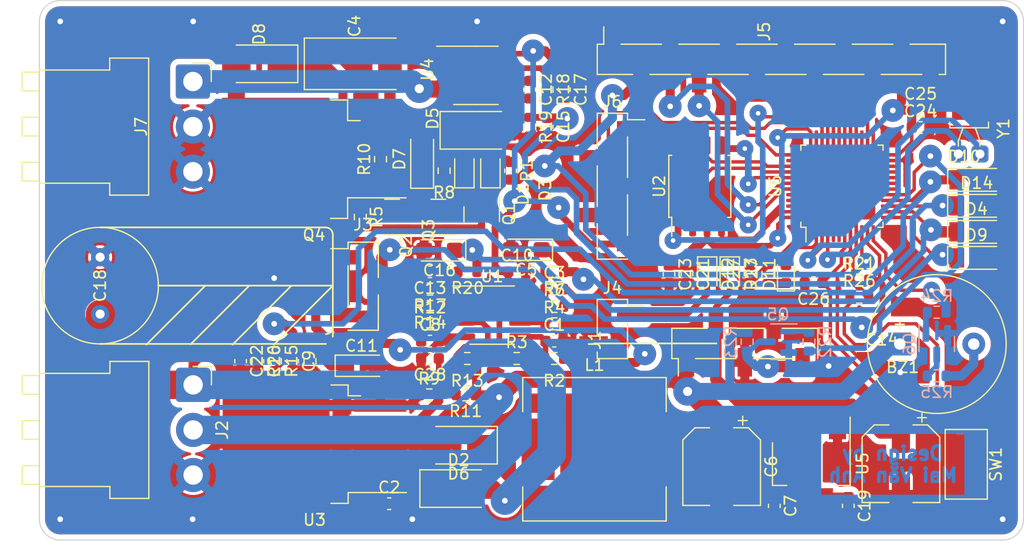
<source format=kicad_pcb>
(kicad_pcb (version 20211014) (generator pcbnew)
  (layers (0 "F.Cu" signal) (31 "B.Cu" signal) (34 "B.Paste" user) (35 "F.Paste" user) (36 "B.SilkS" user "B.Silkscreen") (37 "F.SilkS" user "F.Silkscreen") (38 "B.Mask" user) (39 "F.Mask" user) (44 "Edge.Cuts" user))
  (net 0 "")
  (net 1 "+5V")
  (net 2 "Net-(BZ1-Pad2)")
  (net 3 "Net-(C1-Pad1)")
  (net 4 "GND")
  (net 5 "Net-(C2-Pad1)")
  (net 6 "Net-(C3-Pad1)")
  (net 7 "Net-(C4-Pad2)")
  (net 8 "Handle_Temp")
  (net 9 "Net-(C8-Pad1)")
  (net 10 "Voltage")
  (net 11 "Net-(C12-Pad1)")
  (net 12 "Net-(C13-Pad1)")
  (net 13 "+3V3")
  (net 14 "Current")
  (net 15 "Tip_Temp")
  (net 16 "+24V")
  (net 17 "Net-(C26-Pad1)")
  (net 18 "Net-(C27-Pad2)")
  (net 19 "Net-(D1-Pad1)")
  (net 20 "Net-(D1-Pad2)")
  (net 21 "Net-(D3-Pad1)")
  (net 22 "Net-(D6-Pad1)")
  (net 23 "Net-(D11-Pad1)")
  (net 24 "Net-(D11-Pad2)")
  (net 25 "+BATT")
  (net 26 "O_SPK")
  (net 27 "Handle_Sensor")
  (net 28 "Vibra Sensor")
  (net 29 "Tip_Sensor")
  (net 30 "PWM")
  (net 31 "ENC_A")
  (net 32 "ENC_B")
  (net 33 "ENC_W")
  (net 34 "LCD_CS")
  (net 35 "LCD_RST")
  (net 36 "LCD_CD")
  (net 37 "LCD_SDA")
  (net 38 "LCD_SCK")
  (net 39 "SWCLK")
  (net 40 "SWDIO")
  (net 41 "HEAT_WIRE")
  (net 42 "Net-(Q1-Pad3)")
  (net 43 "Net-(Q5-Pad1)")
  (net 44 "Net-(Q6-Pad1)")
  (net 45 "Net-(Q6-Pad3)")
  (net 46 "Net-(R4-Pad1)")
  (net 47 "Net-(R11-Pad2)")
  (net 48 "Net-(R14-Pad1)")
  (net 49 "Net-(R18-Pad1)")
  (net 50 "Speaker")
  (net 51 "BUZZ")
  (net 52 "W25Q_CS")
  (net 53 "W25Q_MISO")
  (net 54 "W25Q_MOSI")
  (net 55 "W25Q_SCK")
  (net 56 "Net-(U6-Pad3)")
  (net 57 "Net-(U6-Pad4)")
  (net 63 "ESP_Tx")
  (net 64 "ESP_Rx")
  (net 70 "Net-(C4-Pad1)")
  (net 71 "Net-(D3-Pad2)")
  (footprint "Diode_SMD:D_SMA" (layer "F.Cu") (at 125.984 71.59575 180)
    (fp_text reference "D8")
    (fp_text value "SS14")
  )
  (footprint "Resistor_SMD:R_0603_1608Metric" (layer "F.Cu") (at 151.2824 73.8632 -90)
    (fp_text reference "R18")
    (fp_text value "470")
  )
  (footprint "Buzzer_Beeper:MagneticBuzzer_ProSignal_ABT-410-RC" (layer "F.Cu") (at 182.2716 96.2152)
    (fp_text reference "BZ1")
    (fp_text value "Buzzer")
  )
  (footprint "Crystal:Crystal_C38-LF_D3.0mm_L8.0mm_Horizontal_1EP_style1" (layer "F.Cu") (at 189.3164 79.5196 180)
    (fp_text reference "Y1")
    (fp_text value "32.768KHz")
  )
  (footprint "Capacitor_SMD:C_0603_1608Metric" (layer "F.Cu") (at 162.0012 90.0814 -90)
    (fp_text reference "C23")
    (fp_text value "0.1uF")
  )
  (footprint "Capacitor_SMD:C_0603_1608Metric" (layer "F.Cu") (at 140.9954 97.4852 180)
    (fp_text reference "C28")
    (fp_text value "0.1uF")
  )
  (footprint "Resistor_SMD:R_0603_1608Metric" (layer "F.Cu") (at 127.4064 97.7183 -90)
    (fp_text reference "R15")
    (fp_text value "15k")
  )
  (footprint "Resistor_SMD:R_0603_1608Metric" (layer "F.Cu") (at 149.7584 77.1266 -90)
    (fp_text reference "R19")
    (fp_text value "1k")
  )
  (footprint "Connector_PinHeader_2.54mm:PinHeader_1x02_P2.54mm_Vertical_SMD_Pin1Right" (layer "F.Cu") (at 157.0228 94.8944)
    (fp_text reference "J4")
    (fp_text value "BATTERY")
  )
  (footprint "Capacitor_SMD:C_0603_1608Metric" (layer "F.Cu") (at 128.9304 97.7183 -90)
    (fp_text reference "C9")
    (fp_text value "0.1uF")
  )
  (footprint "Connector_PinHeader_2.54mm:PinHeader_1x03_P2.54mm_Vertical_SMD_Pin1Left" (layer "F.Cu") (at 135.128 91.1352)
    (fp_text reference "J3")
    (fp_text value "SENSOR")
  )
  (footprint "Resistor_SMD:R_0603_1608Metric" (layer "F.Cu") (at 140.9314 100.6856)
    (fp_text reference "R9")
    (fp_text value "1k")
  )
  (footprint "Capacitor_SMD:C_0603_1608Metric" (layer "F.Cu") (at 151.9174 91.3892)
    (fp_text reference "C3")
    (fp_text value "0.1uF")
  )
  (footprint "Package_TO_SOT_SMD:SOT-23" (layer "F.Cu") (at 137.668 85.05775 180)
    (fp_text reference "Q2")
    (fp_text value "S8050")
  )
  (footprint "Resistor_SMD:R_0603_1608Metric" (layer "F.Cu") (at 140.9954 91.3892 180)
    (fp_text reference "R17")
    (fp_text value "1.5k")
  )
  (footprint "Diode_SMD:D_SOD-323" (layer "F.Cu") (at 146.304 80.99375 90)
    (fp_text reference "D1")
    (fp_text value "1N4148WS")
  )
  (footprint "Resistor_SMD:R_0603_1608Metric" (layer "F.Cu") (at 142.24 80.99375 -90)
    (fp_text reference "R8")
    (fp_text value "10")
  )
  (footprint "Connector_JST:JST_VH_B3PS-VH_1x03_P3.96mm_Horizontal" (layer "F.Cu") (at 120.186 99.8035 -90)
    (fp_text reference "J2")
    (fp_text value "POWER")
  )
  (footprint "Diode_SMD:D_MiniMELF" (layer "F.Cu") (at 189.0268 86.36)
    (fp_text reference "D4")
    (fp_text value "Z3.3V")
  )
  (footprint "Connector_PinHeader_2.54mm:PinHeader_1x12_P2.54mm_Vertical_SMD_Pin1Right" (layer "F.Cu") (at 170.9928 71.2002 90)
    (fp_text reference "J5")
    (fp_text value "Front Panel")
  )
  (footprint "Diode_SMD:D_SOD-323" (layer "F.Cu") (at 167.3352 90.0572 -90)
    (fp_text reference "D13")
    (fp_text value "1N4148WS")
  )
  (footprint "Resistor_SMD:R_0603_1608Metric" (layer "F.Cu") (at 178.7144 92.1004)
    (fp_text reference "R26")
    (fp_text value "10k")
  )
  (footprint "Capacitor_SMD:C_0603_1608Metric" (layer "F.Cu") (at 148.6408 89.8652)
    (fp_text reference "C10")
    (fp_text value "0.1uF")
  )
  (footprint "Capacitor_SMD:C_0603_1608Metric" (layer "F.Cu") (at 174.7012 90.8304 180)
    (fp_text reference "C26")
    (fp_text value "0.1uF")
  )
  (footprint "Diode_SMD:D_MiniMELF" (layer "F.Cu") (at 189.0268 88.646)
    (fp_text reference "D9")
    (fp_text value "Z3.3V")
  )
  (footprint "Connector_PinHeader_2.54mm:PinHeader_1x05_P2.54mm_Vertical_SMD_Pin1Left" (layer "F.Cu") (at 168.656 96.1644 90)
    (fp_text reference "J1")
    (fp_text value "Voltage output")
  )
  (footprint "Capacitor_SMD:C_0603_1608Metric" (layer "F.Cu") (at 169.1132 90.0684 90)
    (fp_text reference "C27")
    (fp_text value "0.1uF")
  )
  (footprint "Resistor_SMD:R_0603_1608Metric" (layer "F.Cu") (at 151.9174 89.8652 180)
    (fp_text reference "R7")
    (fp_text value "220")
  )
  (footprint "Capacitor_SMD:C_0603_1608Metric" (layer "F.Cu") (at 171.2468 110.4392 -90)
    (fp_text reference "C7")
    (fp_text value "0.1uF")
  )
  (footprint "Resistor_SMD:R_0603_1608Metric" (layer "F.Cu") (at 151.9174 92.9132)
    (fp_text reference "R6")
    (fp_text value "1k")
  )
  (footprint "Diode_SMD:D_SMA" (layer "F.Cu") (at 143.51 105.1052 180)
    (fp_text reference "D6")
    (fp_text value "SS34")
  )
  (footprint "Capacitor_Tantalum_SMD:CP_EIA-3216-12_Kemet-S" (layer "F.Cu") (at 134.9756 98.1247)
    (fp_text reference "C11")
    (fp_text value "4.7uF")
  )
  (footprint "Package_TO_SOT_SMD:SOT-223-3_TabPin2" (layer "F.Cu") (at 174.498 106.7308 -90)
    (fp_text reference "U5")
    (fp_text value "AMS1117-3.3")
  )
  (footprint "Capacitor_SMD:C_0603_1608Metric" (layer "F.Cu") (at 125.8824 97.7183 -90)
    (fp_text reference "C20")
    (fp_text value "0.1uF")
  )
  (footprint "Resistor_SMD:R_0603_1608Metric" (layer "F.Cu") (at 144.2974 89.8652 180)
    (fp_text reference "R20")
    (fp_text value "220")
  )
  (footprint "Capacitor_SMD:CP_Elec_6.3x7.7" (layer "F.Cu") (at 166.624 106.9848 -90)
    (fp_text reference "C6")
    (fp_text value "220uF")
  )
  (footprint "Diode_SMD:D_SMA" (layer "F.Cu") (at 145.288 77.43775)
    (fp_text reference "D5")
    (fp_text value "SS34")
  )
  (footprint "Capacitor_SMD:C_0603_1608Metric" (layer "F.Cu") (at 137.414 110.2445)
    (fp_text reference "C2")
    (fp_text value "0.1uF")
  )
  (footprint "Resistor_SMD:R_0603_1608Metric" (layer "F.Cu") (at 144.1318 100.6856 180)
    (fp_text reference "R11")
    (fp_text value "3k")
  )
  (footprint "Diode_SMD:D_MiniMELF" (layer "F.Cu") (at 189.0268 84.074)
    (fp_text reference "D14")
    (fp_text value "Z3.3V")
  )
  (footprint "Capacitor_SMD:C_0603_1608Metric" (layer "F.Cu") (at 184.0992 77.1906)
    (fp_text reference "C24")
    (fp_text value "0.1uF")
  )
  (footprint "Resistor_SMD:R_0603_1608Metric" (layer "F.Cu") (at 178.7144 90.5764)
    (fp_text reference "R21")
    (fp_text value "10k")
  )
  (footprint "Resistor_SMD:R_0603_1608Metric" (layer "F.Cu") (at 148.6154 97.4852)
    (fp_text reference "R3")
    (fp_text value "10k")
  )
  (footprint "LED_SMD:LED_0603_1608Metric" (layer "F.Cu") (at 172.2628 90.0684 90)
    (fp_text reference "D11")
    (fp_text value "LED")
  )
  (footprint "Button_Switch_SMD:SW_SPST_CK_RS282G05A3" (layer "F.Cu") (at 188.1124 106.7816 -90)
    (fp_text reference "SW1")
    (fp_text value "RESET")
  )
  (footprint "Connector_JST:JST_VH_B3PS-VH_1x03_P3.96mm_Horizontal" (layer "F.Cu") (at 120.1674 73.152 -90)
    (fp_text reference "J7")
    (fp_text value "HEAT_WIRE")
  )
  (footprint "Package_QFP:LQFP-48_7x7mm_P0.5mm" (layer "F.Cu") (at 177.1904 82.3468 90)
    (fp_text reference "U6")
    (fp_text value "STM32F103C8Tx")
  )
  (footprint "Diode_SMD:D_SMA" (layer "F.Cu") (at 143.51 108.9152)
    (fp_text reference "D2")
    (fp_text value "SS34")
  )
  (footprint "Diode_SMD:D_SOD-323" (layer "F.Cu") (at 165.354 90.0572 -90)
    (fp_text reference "D12")
    (fp_text value "1N4148WS")
  )
  (footprint "Inductor_SMD:L_12x12mm_H8mm" (layer "F.Cu") (at 155.448 105.4608)
    (fp_text reference "L1")
    (fp_text value "47uH")
  )
  (footprint "Package_TO_SOT_SMD:SOT-23" (layer "F.Cu") (at 141.732 85.05775 180)
    (fp_text reference "Q3")
    (fp_text value "S8550")
  )
  (footprint "Package_SO:SOIC-8_3.9x4.9mm_P1.27mm" (layer "F.Cu") (at 145.034 72.61175)
    (fp_text reference "U4")
    (fp_text value "ACS712-05A")
  )
  (footprint "Capacitor_SMD:C_0603_1608Metric" (layer "F.Cu") (at 140.9954 95.9612)
    (fp_text reference "C8")
    (fp_text value "0.1uF")
  )
  (footprint "Diode_SMD:D_SOD-323" (layer "F.Cu") (at 144.018 80.99375 90)
    (fp_text reference "D3")
    (fp_text value "1N4148WS")
  )
  (footprint "Capacitor_SMD:C_0603_1608Metric" (layer "F.Cu") (at 124.3584 97.7183 -90)
    (fp_text reference "C22")
    (fp_text value "0.1uF")
  )
  (footprint "Capacitor_SMD:CP_Elec_6.3x7.7" (layer "F.Cu") (at 182.372 106.7308 -90)
    (fp_text reference "C14")
    (fp_text value "220uF")
  )
  (footprint "Package_TO_SOT_SMD:TO-263-2" (layer "F.Cu") (at 130.81 79.97775 180)
    (fp_text reference "Q4")
    (fp_text value "IRFS4227")
  )
  (footprint "Resistor_SMD:R_0603_1608Metric" (layer "F.Cu") (at 151.9174 94.4372)
    (fp_text reference "R4")
    (fp_text value "1k")
  )
  (footprint "Resistor_SMD:R_0603_1608Metric" (layer "F.Cu") (at 134.874 85.05775 -90)
    (fp_text reference "R5")
    (fp_text value "5k6")
  )
  (footprint "Capacitor_SMD:C_0603_1608Metric" (layer "F.Cu") (at 151.2824 77.1266 -90)
    (fp_text reference "C15")
    (fp_text value "0.1uF")
  )
  (footprint "Resistor_SMD:R_0603_1608Metric" (layer "F.Cu") (at 151.9174 97.4852 180)
    (fp_text reference "R2")
    (fp_text value "5k")
  )
  (footprint "Resistor_SMD:R_0603_1608Metric" (layer "F.Cu") (at 144.272 97.4852 180)
    (fp_text reference "R13")
    (fp_text value "1k")
  )
  (footprint "Resistor_SMD:R_0603_1608Metric" (layer "F.Cu") (at 136.652 79.97775 90)
    (fp_text reference "R10")
    (fp_text value "5k6")
  )
  (footprint "Capacitor_SMD:C_0603_1608Metric" (layer "F.Cu") (at 149.7584 73.8632 -90)
    (fp_text reference "C12")
    (fp_text value "0.1nF")
  )
  (footprint "Capacitor_SMD:C_0603_1608Metric" (layer "F.Cu") (at 163.576 90.0684 -90)
    (fp_text reference "C21")
    (fp_text value "0.1uF")
  )
  (footprint "Capacitor_SMD:C_0603_1608Metric" (layer "F.Cu") (at 148.082 80.99375 -90)
    (fp_text reference "R1")
    (fp_text value "5k6")
  )
  (footprint "Capacitor_SMD:C_0603_1608Metric" (layer "F.Cu") (at 177.7492 110.4392 -90)
    (fp_text reference "C19")
    (fp_text value "0.1uF")
  )
  (footprint "Resistor_SMD:R_0603_1608Metric" (layer "F.Cu") (at 140.9954 92.9132 180)
    (fp_text reference "R14")
    (fp_text value "1k")
  )
  (footprint "Package_SO:SOIC-8_5.23x5.23mm_P1.27mm" (layer "F.Cu") (at 164.7036 82.3622 90)
    (fp_text reference "U2")
    (fp_text value "W25Q32JVSS")
  )
  (footprint "Resistor_SMD:R_0603_1608Metric" (layer "F.Cu") (at 170.688 90.0684 90)
    (fp_text reference "R27")
    (fp_text value "220")
  )
  (footprint "Package_TO_SOT_SMD:SOT-23" (layer "F.Cu") (at 145.542 84.80375 -90)
    (fp_text reference "Q1")
    (fp_text value "S8050")
  )
  (footprint "Capacitor_SMD:C_0603_1608Metric" (layer "F.Cu") (at 151.9174 95.9612)
    (fp_text reference "C1")
    (fp_text value "0.1uF")
  )
  (footprint "Capacitor_SMD:C_0603_1608Metric" (layer "F.Cu") (at 184.0992 75.6666)
    (fp_text reference "C25")
    (fp_text value "0.1uF")
  )
  (footprint "Diode_SMD:D_MiniMELF" (layer "F.Cu") (at 140.3096 79.97775 90)
    (fp_text reference "D7")
    (fp_text value "Z18V")
  )
  (footprint "Capacitor_Tantalum_SMD:CP_EIA-7343-43_Kemet-X" (layer "F.Cu") (at 134.366 71.59575)
    (fp_text reference "C4")
    (fp_text value "22uF")
  )
  (footprint "Capacitor_Tantalum_SMD:CP_EIA-3216-12_Kemet-S" (layer "F.Cu") (at 149.4536 87.9348 180)
    (fp_text reference "C5")
    (fp_text value "4.7uF")
  )
  (footprint "Diode_SMD:D_MiniMELF" (layer "F.Cu") (at 189.0268 81.788)
    (fp_text reference "D10")
    (fp_text value "Z3.3V")
  )
  (footprint "Package_SO:SOIC-8_3.9x4.9mm_P1.27mm" (layer "F.Cu") (at 146.4564 93.6752)
    (fp_text reference "U1")
    (fp_text value "LM358")
  )
  (footprint "Capacitor_SMD:C_0603_1608Metric" (layer "F.Cu") (at 140.9954 89.8652 180)
    (fp_text reference "C13")
    (fp_text value "0.1uF")
  )
  (footprint "Resistor_SMD:R_0603_1608Metric" (layer "F.Cu") (at 130.4544 97.7183 -90)
    (fp_text reference "R16")
    (fp_text value "1k")
  )
  (footprint "Resistor_SMD:R_0603_1608Metric" (layer "F.Cu") (at 140.9954 94.4372)
    (fp_text reference "R12")
    (fp_text value "50")
  )
  (footprint "Capacitor_THT:C_Radial_D10.0mm_H20.0mm_P5.00mm" (layer "F.Cu") (at 112.014 93.5844 90)
    (fp_text reference "C18")
    (fp_text value "470uF")
  )
  (footprint "Package_TO_SOT_SMD:TO-263-5_TabPin3" (layer "F.Cu") (at 130.854 105.0145 180)
    (fp_text reference "U3")
    (fp_text value "LM2596S-ADJ")
  )
  (footprint "Capacitor_Tantalum_SMD:CP_EIA-3216-12_Kemet-S" (layer "F.Cu") (at 141.8336 87.9856 180)
    (fp_text reference "C16")
    (fp_text value "4.7uF")
  )
  (footprint "Capacitor_SMD:C_0603_1608Metric" (layer "F.Cu") (at 152.8064 73.8632 -90)
    (fp_text reference "C17")
    (fp_text value "0.1uF")
  )
  (footprint "Connector_PinHeader_2.54mm:PinHeader_1x05_P2.54mm_Vertical_SMD_Pin1Right" (layer "F.Cu") (at 157.0228 82.3468)
    (fp_text reference "J6")
    (fp_text value "SWD DEBUG")
  )
  (footprint "Resistor_SMD:R_0603_1608Metric" (layer "B.Cu") (at 185.5216 99.0092)
    (fp_text reference "R25")
    (fp_text value "220")
  )
  (footprint "Resistor_SMD:R_0603_1608Metric" (layer "B.Cu") (at 168.8592 96.012 -90)
    (fp_text reference "R23")
    (fp_text value "4.7k")
  )
  (footprint "Package_TO_SOT_SMD:SOT-23" (layer "B.Cu") (at 171.577 96.012 180)
    (fp_text reference "Q5")
    (fp_text value "S8050")
  )
  (footprint "Resistor_SMD:R_0603_1608Metric" (layer "B.Cu") (at 185.5216 93.4212 180)
    (fp_text reference "R24")
    (fp_text value "1k")
  )
  (footprint "Package_TO_SOT_SMD:SOT-23" (layer "B.Cu") (at 185.5216 96.2152 -90)
    (fp_text reference "Q6")
    (fp_text value "S8050")
  )
  (footprint "Resistor_SMD:R_0603_1608Metric" (layer "B.Cu") (at 174.2948 96.012 90)
    (fp_text reference "R22")
    (fp_text value "1k")
  )
  (gr_line (start 125.1204 91.0844) (end 119.9642 96.2406) (layer "F.SilkS") (width 0.15))
  (gr_line (start 132.461 91.090393) (end 127.2794 96.271993) (layer "F.SilkS") (width 0.15))
  (gr_line (start 112.014 96.2044) (end 131.8514 96.2044) (layer "F.SilkS") (width 0.15))
  (gr_line (start 121.2596 91.0844) (end 116.078 96.266) (layer "F.SilkS") (width 0.15))
  (gr_arc (start 131.826 85.9682) (mid 132.275013 86.154187) (end 132.461 86.6032) (layer "F.SilkS") (width 0.15))
  (gr_line (start 132.461 95.577587) (end 132.461 86.6032) (layer "F.SilkS") (width 0.15))
  (gr_arc (start 132.461 94.713987) (mid 132.28347 95.151157) (end 131.8514 95.3408) (layer "F.SilkS") (width 0.15))
  (gr_line (start 112.014 85.9644) (end 131.826 85.9682) (layer "F.SilkS") (width 0.15))
  (gr_line (start 155.3972 96.1644) (end 166.1668 96.1644) (layer "F.SilkS") (width 0.15))
  (gr_line (start 128.8288 91.0844) (end 123.6472 96.266) (layer "F.SilkS") (width 0.15))
  (gr_line (start 117.134 91.0844) (end 132.4502 91.0844) (layer "F.SilkS") (width 0.15))
  (gr_line (start 193.1416 67.8688) (end 193.1416 111.6076) (layer "Edge.Cuts") (width 0.1))
  (gr_arc (start 193.1416 111.6076) (mid 192.605957 112.900757) (end 191.3128 113.4364) (layer "Edge.Cuts") (width 0.1))
  (gr_arc (start 191.3128 66.04) (mid 192.605957 66.575643) (end 193.1416 67.8688) (layer "Edge.Cuts") (width 0.1))
  (gr_line (start 108.5088 66.04) (end 191.3128 66.04) (layer "Edge.Cuts") (width 0.1))
  (gr_line (start 106.68 111.6076) (end 106.68 67.8688) (layer "Edge.Cuts") (width 0.1))
  (gr_line (start 191.3128 113.4364) (end 108.5088 113.4364) (layer "Edge.Cuts") (width 0.1))
  (gr_arc (start 106.68 67.8688) (mid 107.215643 66.575643) (end 108.5088 66.04) (layer "Edge.Cuts") (width 0.1))
  (gr_arc (start 108.5088 113.4364) (mid 107.215643 112.900757) (end 106.68 111.6076) (layer "Edge.Cuts") (width 0.1))
  (gr_text "Design by\nMai Văn Anh" (at 181.6608 106.7816) (layer "B.Cu") (effects (font (size 1.2 1.2) (thickness 0.3)) (justify mirror)))
  (segment (start 147.701 91.7702) (end 147.0914 92.3798) (width 0.5) (layer "F.Cu") (net 1))
  (segment (start 164.0332 100.3808) (end 166.624 102.9716) (width 2) (layer "F.Cu") (net 1))
  (segment (start 147.7904 97.4852) (end 147.0914 97.4852) (width 0.5) (layer "F.Cu") (net 1))
  (segment (start 171.2468 109.6642) (end 171.2468 104.532) (width 0.8) (layer "F.Cu") (net 1))
  (segment (start 172.198 103.5808) (end 170.1804 103.5808) (width 1.5) (layer "F.Cu") (net 1))
  (segment (start 142.4046 99.0722) (end 141.7704 98.438) (width 0.5) (layer "F.Cu") (net 1))
  (segment (start 148.4376 84.2264) (end 146.7104 85.9536) (width 0.6) (layer "F.Cu") (net 1))
  (segment (start 171.2468 104.532) (end 172.198 103.5808) (width 0.8) (layer "F.Cu") (net 1))
  (segment (start 146.8628 100.6856) (end 147.066 100.8888) (width 0.8) (layer "F.Cu") (net 1))
  (segment (start 163.6268 100.3808) (end 164.0332 100.3808) (width 2) (layer "F.Cu") (net 1))
  (segment (start 148.9314 91.7702) (end 147.701 91.7702) (width 0.5) (layer "F.Cu") (net 1))
  (segment (start 152.8064 73.0882) (end 152.8064 72.136) (width 0.8) (layer "F.Cu") (net 1))
  (segment (start 152.8064 72.136) (end 151.13 70.4596) (width 0.8) (layer "F.Cu") (net 1))
  (segment (start 148.6408 99.314) (end 147.066 100.8888) (width 1.5) (layer "F.Cu") (net 1))
  (segment (start 170.1804 103.5808) (end 167.328 103.5808) (width 1.5) (layer "F.Cu") (net 1))
  (segment (start 147.2184 89.8652) (end 147.8658 89.8652) (width 0.6) (layer "F.Cu") (net 1))
  (segment (start 152.2984 84.706422) (end 155.018778 87.4268) (width 0.6) (layer "F.Cu") (net 1))
  (segment (start 164.8536 104.2848) (end 166.624 104.2848) (width 2) (layer "F.Cu") (net 1))
  (segment (start 147.8658 91.6302) (end 148.0058 91.7702) (width 0.6) (layer "F.Cu") (net 1))
  (segment (start 146.7104 89.3572) (end 147.2184 89.8652) (width 0.6) (layer "F.Cu") (net 1))
  (segment (start 152.2984 84.2264) (end 152.2984 84.706422) (width 0.6) (layer "F.Cu") (net 1))
  (segment (start 163.6776 105.4608) (end 164.8536 104.2848) (width 2) (layer "F.Cu") (net 1))
  (segment (start 149.81605 70.70675) (end 150.0632 70.4596) (width 0.5) (layer "F.Cu") (net 1))
  (segment (start 148.4376 83.6676) (end 148.4376 84.2264) (width 0.8) (layer "F.Cu") (net 1))
  (segment (start 147.0914 92.3798) (end 147.0914 97.4852) (width 0.5) (layer "F.Cu") (net 1))
  (segment (start 145.097 100.5454) (end 144.9568 100.6856) (width 0.8) (layer "F.Cu") (net 1))
  (segment (start 163.6268 100.3808) (end 162.56 99.314) (width 1.5) (layer "F.Cu") (net 1))
  (segment (start 148.0058 91.7702) (end 148.9314 91.7702) (width 0.6) (layer "F.Cu") (net 1))
  (segment (start 146.7104 85.9536) (end 146.7104 89.3572) (width 0.6) (layer "F.Cu") (net 1))
  (segment (start 151.13 70.4596) (end 150.0632 70.4596) (width 0.8) (layer "F.Cu") (net 1))
  (segment (start 147.8658 89.8652) (end 147.8658 91.6302) (width 0.6) (layer "F.Cu") (net 1))
  (segment (start 141.7704 98.438) (end 141.7704 97.4852) (width 0.5) (layer "F.Cu") (net 1))
  (segment (start 167.328 103.5808) (end 166.624 104.2848) (width 1.5) (layer "F.Cu") (net 1))
  (segment (start 162.56 99.314) (end 148.6408 99.314) (width 1.5) (layer "F.Cu") (net 1))
  (segment (start 163.576 100.33) (end 163.6268 100.3808) (width 1) (layer "F.Cu") (net 1))
  (segment (start 144.9568 100.6856) (end 146.8628 100.6856) (width 0.8) (layer "F.Cu") (net 1))
  (segment (start 147.509 70.70675) (end 149.81605 70.70675) (width 0.5) (layer "F.Cu") (net 1))
  (segment (start 147.0914 97.4852) (end 145.097 97.4852) (width 0.5) (layer "F.Cu") (net 1))
  (segment (start 145.097 99.0722) (end 142.4046 99.0722) (width 0.5) (layer "F.Cu") (net 1))
  (segment (start 145.097 99.0722) (end 145.097 100.5454) (width 0.8) (layer "F.Cu") (net 1))
  (segment (start 145.097 97.4852) (end 145.097 99.0722) (width 0.8) (layer "F.Cu") (net 1))
  (segment (start 166.9288 103.98) (end 166.624 104.2848) (width 1) (layer "F.Cu") (net 1))
  (segment (start 163.576 97.8194) (end 163.576 100.33) (width 1) (layer "F.Cu") (net 1))
  (segment (start 166.624 102.9716) (end 166.624 104.2848) (width 2) (layer "F.Cu") (net 1))
  (segment (start 160.398 105.4608) (end 163.6776 105.4608) (width 2) (layer "F.Cu") (net 1))
  (segment (start 155.018778 87.4268) (end 158.6778 87.4268) (width 0.6) (layer "F.Cu") (net 1))
  (via (at 163.6268 100.3808) (size 2.5) (drill 0.8) (layers "F.Cu" "B.Cu") (net 1))
  (via (at 148.4376 83.6676) (size 2) (drill 0.5) (layers "F.Cu" "B.Cu") (net 1))
  (via (at 150.0632 70.4596) (size 2) (drill 0.5) (layers "F.Cu" "B.Cu") (net 1))
  (via (at 152.2984 84.2264) (size 2) (drill 0.5) (layers "F.Cu" "B.Cu") (net 1))
  (via (at 147.066 100.8888) (size 2) (drill 0.5) (layers "F.Cu" "B.Cu") (net 1))
  (segment (start 168.8592 95.187) (end 167.8554 95.187) (width 0.8) (layer "B.Cu") (net 1))
  (segment (start 144.1913 103.7635) (end 147.066 100.8888) (width 2.5) (layer "B.Cu") (net 1))
  (segment (start 148.4376 83.6676) (end 148.4376 79.1464) (width 0.5) (layer "B.Cu") (net 1))
  (segment (start 177.3936 100.3808) (end 167.3352 100.3808) (width 1.5) (layer "B.Cu") (net 1))
  (segment (start 120.186 103.7635) (end 144.1913 103.7635) (width 2.5) (layer "B.Cu") (net 1))
  (segment (start 148.4376 79.1464) (end 150.0632 77.5208) (width 0.5) (layer "B.Cu") (net 1))
  (segment (start 152.2984 84.2264) (end 151.7396 83.6676) (width 0.5) (layer "B.Cu") (net 1))
  (segment (start 151.7396 83.6676) (end 148.4376 83.6676) (width 0.5) (layer "B.Cu") (net 1))
  (segment (start 181.5592 96.2152) (end 177.3936 100.3808) (width 1.5) (layer "B.Cu") (net 1))
  (segment (start 182.2716 96.2152) (end 181.5592 96.2152) (width 1.5) (layer "B.Cu") (net 1))
  (segment (start 167.3352 100.3808) (end 163.6268 100.3808) (width 1.5) (layer "B.Cu") (net 1))
  (segment (start 167.8554 95.187) (end 167.3352 95.7072) (width 0.8) (layer "B.Cu") (net 1))
  (segment (start 150.0632 77.5208) (end 150.0632 70.4596) (width 0.5) (layer "B.Cu") (net 1))
  (segment (start 167.3352 95.7072) (end 167.3352 100.3808) (width 0.8) (layer "B.Cu") (net 1))
  (segment (start 187.706 99.0092) (end 188.7716 97.9436) (width 0.8) (layer "B.Cu") (net 2))
  (segment (start 188.7716 97.9436) (end 188.7716 96.2152) (width 0.8) (layer "B.Cu") (net 2))
  (segment (start 186.3466 99.0092) (end 187.706 99.0092) (width 0.8) (layer "B.Cu") (net 2))
  (segment (start 149.4404 97.4852) (end 149.4404 96.0892) (width 0.5) (layer "F.Cu") (net 3))
  (segment (start 149.4404 97.4852) (end 151.0924 97.4852) (width 0.5) (layer "F.Cu") (net 3))
  (segment (start 148.9314 95.5802) (end 150.7614 95.5802) (width 0.5) (layer "F.Cu") (net 3))
  (segment (start 151.1424 95.9612) (end 151.1424 97.4352) (width 0.5) (layer "F.Cu") (net 3))
  (segment (start 149.4404 96.0892) (end 148.9314 95.5802) (width 0.5) (layer "F.Cu") (net 3))
  (segment (start 150.7614 95.5802) (end 151.1424 95.9612) (width 0.5) (layer "F.Cu") (net 3))
  (segment (start 169.4688 86.9188) (end 166.7764 86.9188) (width 0.3) (layer "F.Cu") (net 4))
  (segment (start 184.8742 77.1906) (end 184.8742 77.6602) (width 0.3) (layer "F.Cu") (net 4))
  (segment (start 140.2204 88.2488) (end 140.4836 87.9856) (width 0.8) (layer "F.Cu") (net 4))
  (segment (start 149.4158 89.8652) (end 149.4158 89.247) (width 0.8) (layer "F.Cu") (net 4))
  (segment (start 155.4988 82.1436) (end 155.448 82.1944) (width 0.8) (layer "F.Cu") (net 4))
  (segment (start 140.7945 85.05775) (end 144.272 85.05775) (width 0.6) (layer "F.Cu") (net 4))
  (segment (start 176.784 95.5294) (end 176.784 90.3224) (width 0.3) (layer "F.Cu") (net 4))
  (segment (start 140.2204 97.4728) (end 140.2204 97.4852) (width 0.5) (layer "F.Cu") (net 4))
  (segment (start 140.2204 89.8652) (end 140.2204 88.2488) (width 0.8) (layer "F.Cu") (net 4))
  (segment (start 184.8742 77.1906) (end 184.8742 75.6666) (width 0.8) (layer "F.Cu") (net 4))
  (segment (start 174.9404 79.3348) (end 174.9404 78.1843) (width 0.3) (layer "F.Cu") (net 4))
  (segment (start 136.629 101.6145) (end 139.1775 101.6145) (width 0.8) (layer "F.Cu") (net 4))
  (segment (start 190.7768 84.074) (end 190.7768 86.36) (width 1) (layer "F.Cu") (net 4))
  (segment (start 144.272 85.05775) (end 144.592 84.73775) (width 0.6) (layer "F.Cu") (net 4))
  (segment (start 182.4376 80.0968) (end 181.3529 80.0968) (width 0.3) (layer "F.Cu") (net 4))
  (segment (start 130.4544 98.5433) (end 128.9804 98.5433) (width 0.8) (layer "F.Cu") (net 4))
  (segment (start 179.959 98.7044) (end 176.784 95.5294) (width 0.3) (layer "F.Cu") (net 4))
  (segment (start 147.509 77.21675) (end 147.288 77.43775) (width 0.6) (layer "F.Cu") (net 4))
  (segment (start 170.688 89.3064) (end 169.151 90.8434) (width 0.5) (layer "F.Cu") (net 4))
  (segment (start 147.509 74.51675) (end 149.63695 74.51675) (width 0.5) (layer "F.Cu") (net 4))
  (segment (start 153.924 92.2528) (end 153.924 94.4372) (width 0.5) (layer "F.Cu") (net 4))
  (segment (start 170.688 89.2434) (end 170.688 89.3064) (width 0.5) (layer "F.Cu") (net 4))
  (segment (start 175.7024 80.0968) (end 174.9404 79.3348) (width 0.3) (layer "F.Cu") (net 4))
  (segment (start 128.9304 103.5631) (end 127.479 105.0145) (width 0.8) (layer "F.Cu") (net 4))
  (segment (start 136.629 105.0145) (end 127.479 105.0145) (width 1) (layer "F.Cu") (net 4))
  (segment (start 174.9044 83.1088) (end 174.9044 83.8708) (width 0.3) (layer "F.Cu") (net 4))
  (segment (start 175.6304 80.0968) (end 174.9044 80.8228) (width 0.3) (layer "F.Cu") (net 4))
  (segment (start 120.1674 81.072) (end 115.2192 81.072) (width 2.5) (layer "F.Cu") (net 4))
  (segment (start 175.7024 80.0968) (end 175.6304 80.0968) (width 0.3) (layer "F.Cu") (net 4))
  (segment (start 152.6924 94.9328) (end 152.6924 94.4872) (width 0.8) (layer "F.Cu") (net 4))
  (segment (start 124.3584 98.4933) (end 124.3584 101.8939) (width 0.8) (layer "F.Cu") (net 4))
  (segment (start 139.526324 92.9132) (end 138.938 92.324876) (width 0.6) (layer "F.Cu") (net 4))
  (segment (start 130.879 101.6145) (end 127.479 105.0145) (width 1) (layer "F.Cu") (net 4))
  (segment (start 136.629 101.6145) (end 130.879 101.6145) (width 1) (layer "F.Cu") (net 4))
  (segment (start 145.161 79.21575) (end 146.939 77.43775) (width 0.6) (layer "F.Cu") (net 4))
  (segment (start 115.2628 107.7235) (end 120.186 107.7235) (width 2.5) (layer "F.Cu") (net 4))
  (segment (start 177.63912 88.34968) (end 177.9404 88.0484) (width 0.3) (layer "F.Cu") (net 4))
  (segment (start 174.9044 80.8228) (end 174.9044 83.1088) (width 0.3) (layer "F.Cu") (net 4))
  (segment (start 125.8824 98.4933) (end 124.3584 98.4933) (width 0.8) (layer "F.Cu") (net 4))
  (segment (start 130.4544 98.5433) (end 130.4544 102.0391) (width 0.8) (layer "F.Cu") (net 4))
  (segment (start 125.8824 98.4933) (end 125.8824 103.4179) (width 0.8) (layer "F.Cu") (net 4))
  (segment (start 173.0279 83.0968) (end 174.8924 83.0968) (width 0.3) (layer "F.Cu") (net 4))
  (segment (start 166.7764 86.9188) (end 166.6086 86.751) (width 0.3) (layer "F.Cu") (net 4))
  (segment (start 151.2324 77.9516) (end 151.2824 77.9016) (width 0.6) (layer "F.Cu") (net 4))
  (segment (start 169.151 90.8434) (end 169.1132 90.8434) (width 0.5) (layer "F.Cu") (net 4))
  (segment (start 149.4158 89.247) (end 148.1036 87.9348) (width 0.8) (layer "F.Cu") (net 4))
  (segment (start 144.592 84.73775) (end 144.592 83.86625) (width 0.6) (layer "F.Cu") (net 4))
  (segment (start 130.4544 102.0391) (end 127.479 105.0145) (width 0.8) (layer "F.Cu") (net 4))
  (segment (start 124.77 107.7235) (end 127.479 105.0145) (width 2.5) (layer "F.Cu") (net 4))
  (segment (start 171.7908 84.5968) (end 169.4688 86.9188) (width 0.3) (layer "F.Cu") (net 4))
  (segment (start 184.8742 77.6602) (end 182.4376 80.0968) (width 0.3) (layer "F.Cu") (net 4))
  (segment (start 153.0604 91.3892) (end 153.924 92.2528) (width 0.5) (layer "F.Cu") (net 4))
  (segment (start 149.63695 74.51675) (end 149.7584 74.6382) (width 0.5) (layer "F.Cu") (net 4))
  (segment (start 115.2192 81.072) (end 108.966 87.3252) (width 2.5) (layer "F.Cu") (net 4))
  (segment (start 149.7584 77.9516) (end 148.24385 77.9516) (width 0.6) (layer "F.Cu") (net 4))
  (segment (start 174.1784 84.5968) (end 173.0279 84.5968) (width 0.3) (layer "F.Cu") (net 4))
  (segment (start 136.629 105.0145) (end 141.4193 105.0145) (width 1) (layer "F.Cu") (net 4))
  (segment (start 141.7704 95.9612) (end 141.732 95.9612) (width 0.5) (layer "F.Cu") (net 4))
  (segment (start 136.6444 101.6299) (end 136.629 101.6145) (width 0.8) (layer "F.Cu") (net 4))
  (segment (start 141.732 95.9612) (end 140.2204 97.4728) (width 0.5) (layer "F.Cu") (net 4))
  (segment (start 120.186 107.7235) (end 124.77 107.7235) (width 2.5) (layer "F.Cu") (net 4))
  (segment (start 190.7768 81.788) (end 190.7768 84.074) (width 1) (layer "F.Cu") (net 4))
  (segment (start 190.7768 86.36) (end 190.7768 88.646) (width 1) (layer "F.Cu") (net 4))
  (segment (start 143.9814 95.5802) (end 142.1514 95.5802) (width 0.5) (layer "F.Cu") (net 4))
  (segment (start 108.966 101.4267) (end 115.2628 107.7235) (width 2.5) (layer "F.Cu") (net 4))
  (segment (start 144.592 83.21375) (end 145.161 82.64475) (width 0.6) (layer "F.Cu") (net 4))
  (segment (start 155.3678 96.1644) (end 155.3678 95.881) (width 0.8) (layer "F.Cu") (net 4))
  (segment (start 173.0279 84.5968) (end 171.7908 84.5968) (width 0.3) (layer "F.Cu") (net 4))
  (segment (start 177.63912 89.46728) (end 177.63912 88.34968) (width 0.3) (layer "F.Cu") (net 4))
  (segment (start 144.592 83.86625) (end 144.592 83.21375) (width 0.6) (layer "F.Cu") (net 4))
  (segment (start 152.6924 91.3892) (end 153.0604 91.3892) (width 0.5) (layer "F.Cu") (net 4))
  (segment (start 148.24385 77.9516) (end 147.509 77.21675) (width 0.6) (layer "F.Cu") (net 4))
  (segment (start 141.4193 105.0145) (end 141.51 105.1052) (width 1) (layer "F.Cu") (net 4))
  (segment (start 181.3529 80.0968) (end 175.7024 80.0968) (width 0.3) (layer "F.Cu") (net 4))
  (segment (start 138.938 90.445276) (end 139.518076 89.8652) (width 0.6) (layer "F.Cu") (net 4))
  (segment (start 163.576 90.8434) (end 162.0142 90.8434) (width 0.8) (layer "F.Cu") (net 4))
  (segment (start 125.8824 103.4179) (end 127.479 105.0145) (width 0.8) (layer "F.Cu") (net 4))
  (segment (start 138.938 92.324876) (end 138.938 90.445276) (width 0.6) (layer "F.Cu") (net 4))
  (segment (start 120.1674 77.112) (end 120.1674 81.072) (width 2.5) (layer "F.Cu") (net 4))
  (segment (start 152.7424 94.4372) (end 153.924 94.4372) (width 0.8) (layer "F.Cu") (net 4))
  (segment (start 174.9044 83.8708) (end 174.1784 84.5968) (width 0.3) (layer "F.Cu") (net 4))
  (segment (start 128.9304 98.4933) (end 128.9304 103.5631) (width 0.8) (layer "F.Cu") (net 4))
  (segment (start 145.161 82.64475) (end 145.161 79.21575) (width 0.6) (layer "F.Cu") (net 4))
  (segment (start 139.1775 101.6145) (end 140.1064 100.6856) (width 0.8) (layer "F.Cu") (net 4))
  (segment (start 108.966 87.3252) (end 108.966 101.4267) (width 2.5) (layer "F.Cu") (net 4))
  (segment (start 139.518076 89.8652) (end 140.2204 89.8652) (width 0.6) (layer "F.Cu") (net 4))
  (segment (start 147.509 74.51675) (end 147.509 77.21675) (width 0.6) (layer "F.Cu") (net 4))
  (segment (start 149.7584 77.9516) (end 151.2324 77.9516) (width 0.6) (layer "F.Cu") (net 4))
  (segment (start 155.3678 95.881) (end 153.924 94.4372) (width 0.8) (layer "F.Cu") (net 4))
  (segment (start 146.939 77.43775) (end 147.288 77.43775) (width 0.6) (layer "F.Cu") (net 4))
  (segment (start 152.6924 95.9612) (end 152.6924 94.9328) (width 0.8) (layer "F.Cu") (net 4))
  (segment (start 124.3584 101.8939) (end 127.479 105.0145) (width 0.8) (layer "F.Cu") (net 4))
  (segment (start 152.6924 94.4872) (end 152.7424 94.4372) (width 0.8) (layer "F.Cu") (net 4))
  (segment (start 162.0142 90.8434) (end 162.0012 90.8564) (width 0.8) (layer "F.Cu") (net 4))
  (segment (start 166.6086 86.751) (end 166.6086 85.9622) (width 0.3) (layer "F.Cu") (net 4))
  (segment (start 162.065 90.8434) (end 162.052 90.8564) (width 0.8) (layer "F.Cu") (net 4))
  (segment (start 141.51 105.1052) (end 141.51 105.3592) (width 1) (layer "F.Cu") (net 4))
  (segment (start 174.8924 83.0968) (end 174.9044 83.1088) (width 0.3) (layer "F.Cu") (net 4))
  (segment (start 176.784 90.3224) (end 177.63912 89.46728) (width 0.3) (layer "F.Cu") (net 4))
  (segment (start 177.9404 88.0484) (end 177.9404 86.5093) (width 0.3) (layer "F.Cu") (net 4))
  (segment (start 128.9804 98.5433) (end 128.9304 98.4933) (width 0.8) (layer "F.Cu") (net 4))
  (segment (start 142.1514 95.5802) (end 141.7704 95.9612) (width 0.5) (layer "F.Cu") (net 4))
  (segment (start 182.3212 98.7044) (end 179.959 98.7044) (width 0.3) (layer "F.Cu") (net 4))
  (segment (start 140.1704 92.9132) (end 139.526324 92.9132) (width 0.6) (layer "F.Cu") (net 4))
  (via (at 191.3128 111.6076) (size 2) (drill 0.5) (layers "F.Cu" "B.Cu") (net 4))
  (via (at 176.022 98.1456) (size 2) (drill 0.5) (layers "F.Cu" "B.Cu") (net 4))
  (via (at 108.5088 67.8688) (size 2) (drill 0.5) (layers "F.Cu" "B.Cu") (net 4))
  (via (at 120.142 111.6076) (size 2) (drill 0.5) (layers "F.Cu" "B.Cu") (net 4))
  (via (at 127.3048 90.424) (size 2) (drill 0.5) (layers "F.Cu" "B.Cu") (net 4))
  (via (at 139.446 111.6076) (size 2) (drill 0.5) (layers "F.Cu" "B.Cu") (net 4))
  (via (at 108.5088 111.6076) (size 2) (drill 0.5) (layers "F.Cu" "B.Cu") (net 4))
  (via (at 145.1356 67.8688) (size 2) (drill 0.5) (layers "F.Cu" "B.Cu") (net 4))
  (via (at 182.3212 98.7044) (size 2) (drill 0.5) (layers "F.Cu" "B.Cu") (net 4))
  (via (at 120.1928 67.8688) (size 2) (drill 0.5) (layers "F.Cu" "B.Cu") (net 4))
  (via (at 191.3128 67.8688) (size 2) (drill 0.5) (layers "F.Cu" "B.Cu") (net 4))
  (segment (start 136.639 108.4245) (end 136.629 108.4145) (width 0.8) (layer "F.Cu") (net 5))
  (segment (start 141.51 108.9152) (end 139.7 108.9152) (width 1) (layer "F.Cu") (net 5))
  (segment (start 139.1993 108.4145) (end 136.629 108.4145) (width 1) (layer "F.Cu") (net 5))
  (segment (start 139.7 108.9152) (end 139.1993 108.4145) (width 1) (layer "F.Cu") (net 5))
  (segment (start 136.639 110.2445) (end 136.639 108.4245) (width 0.8) (layer "F.Cu") (net 5))
  (segment (start 151.1424 89.9152) (end 151.0924 89.8652) (width 0.5) (layer "F.Cu") (net 6))
  (segment (start 151.1424 91.3892) (end 151.1424 89.9152) (width 0.5) (layer "F.Cu") (net 6))
  (segment (start 151.1424 92.8632) (end 151.0924 92.9132) (width 0.5) (layer "F.Cu") (net 6))
  (segment (start 151.1424 91.3892) (end 151.1424 92.8632) (width 0.5) (layer "F.Cu") (net 6))
  (segment (start 150.9654 93.0402) (end 151.0924 92.9132) (width 0.5) (layer "F.Cu") (net 6))
  (segment (start 148.9314 93.0402) (end 150.9654 93.0402) (width 0.5) (layer "F.Cu") (net 6))
  (segment (start 145.034 75.40575) (end 145.034 72.10375) (width 1.5) (layer "F.Cu") (net 7))
  (segment (start 136.585 77.43775) (end 140.208 77.43775) (width 1.2) (layer "F.Cu") (net 7))
  (segment (start 140.3096 78.22775) (end 140.3096 77.53935) (width 1.2) (layer "F.Cu") (net 7))
  (segment (start 142.559 71.27675) (end 142.559 71.97675) (width 0.6) (layer "F.Cu") (net 7))
  (segment (start 137.4785 71.59575) (end 137.4785 76.54425) (width 1) (layer "F.Cu") (net 7))
  (segment (start 137.4785 76.54425) (end 136.585 77.43775) (width 1) (layer "F.Cu") (net 7))
  (segment (start 136.652 77.50475) (end 136.585 77.43775) (width 0.8) (layer "F.Cu") (net 7))
  (segment (start 142.559 70.70675) (end 142.559 71.27675) (width 0.6) (layer "F.Cu") (net 7))
  (segment (start 143.288 77.15175) (end 145.034 75.40575) (width 1.5) (layer "F.Cu") (net 7))
  (segment (start 143.288 77.43775) (end 143.288 77.15175) (width 1.5) (layer "F.Cu") (net 7))
  (segment (start 140.208 77.43775) (end 143.288 77.43775) (width 1.2) (layer "F.Cu") (net 7))
  (segment (start 140.3096 77.53935) (end 140.208 77.43775) (width 1.2) (layer "F.Cu") (net 7))
  (segment (start 145.034 72.10375) (end 144.207 71.27675) (width 1.5) (layer "F.Cu") (net 7))
  (segment (start 136.652 79.15275) (end 136.652 77.50475) (width 0.8) (layer "F.Cu") (net 7))
  (segment (start 144.207 71.27675) (end 142.559 71.27675) (width 1.5) (layer "F.Cu") (net 7))
  (segment (start 185.1914 86.36) (end 185.0136 86.1822) (width 1) (layer "F.Cu") (net 8))
  (segment (start 151.384 87.9348) (end 150.8036 87.9348) (width 0.8) (layer "F.Cu") (net 8))
  (segment (start 187.2768 86.36) (end 185.1914 86.36) (width 1) (layer "F.Cu") (net 8))
  (segment (start 152.7424 89.8652) (end 152.7424 89.2932) (width 0.8) (layer "F.Cu") (net 8))
  (segment (start 154.4828 90.5256) (end 154.432 90.5764) (width 0.8) (layer "F.Cu") (net 8))
  (segment (start 185.039 86.2076) (end 185.0136 86.1822) (width 0.8) (layer "F.Cu") (net 8))
  (segment (start 153.8224 89.8652) (end 154.4828 90.5256) (width 0.8) (layer "F.Cu") (net 8))
  (segment (start 152.7424 89.8652) (end 153.8224 89.8652) (width 0.8) (layer "F.Cu") (net 8))
  (segment (start 152.7424 89.2932) (end 151.384 87.9348) (width 0.8) (layer "F.Cu") (net 8))
  (segment (start 184.9988 86.197) (end 185.0136 86.1822) (width 0.3) (layer "F.Cu") (net 8))
  (segment (start 181.3529 84.5968) (end 183.4282 84.5968) (width 0.3) (layer "F.Cu") (net 8))
  (segment (start 183.4282 84.5968) (end 185.0136 86.1822) (width 0.3) (layer "F.Cu") (net 8))
  (via (at 154.4828 90.5256) (size 2) (drill 0.5) (layers "F.Cu" "B.Cu") (net 8))
  (via (at 185.0136 86.1822) (size 2) (drill 0.5) (layers "F.Cu" "B.Cu") (net 8))
  (segment (start 155.3972 90.5256) (end 157.3276 92.456) (width 0.5) (layer "B.Cu") (net 8))
  (segment (start 184.5056 86.6902) (end 185.0136 86.1822) (width 0.5) (layer "B.Cu") (net 8))
  (segment (start 154.4828 90.5256) (end 155.3972 90.5256) (width 0.5) (layer "B.Cu") (net 8))
  (segment (start 184.3532 86.8426) (end 185.0136 86.1822) (width 0.5) (layer "B.Cu") (net 8))
  (segment (start 157.3276 92.456) (end 179.9336 92.456) (width 0.5) (layer "B.Cu") (net 8))
  (segment (start 184.3532 88.0364) (end 184.3532 86.8426) (width 0.5) (layer "B.Cu") (net 8))
  (segment (start 179.9336 92.456) (end 184.3532 88.0364) (width 0.5) (layer "B.Cu") (net 8))
  (segment (start 141.8204 94.4372) (end 141.7066 94.4372) (width 0.5) (layer "F.Cu") (net 9))
  (segment (start 146.0754 94.8182) (end 146.0754 95.9612) (width 0.5) (layer "F.Cu") (net 9))
  (segment (start 143.9814 94.3102) (end 141.9474 94.3102) (width 0.5) (layer "F.Cu") (net 9))
  (segment (start 145.5674 94.3102) (end 146.0754 94.8182) (width 0.5) (layer "F.Cu") (net 9))
  (segment (start 141.7066 94.4372) (end 140.2204 95.9234) (width 0.5) (layer "F.Cu") (net 9))
  (segment (start 143.9814 94.3102) (end 145.5674 94.3102) (width 0.5) (layer "F.Cu") (net 9))
  (segment (start 141.9474 94.3102) (end 141.8204 94.4372) (width 0.5) (layer "F.Cu") (net 9))
  (segment (start 145.5674 96.4692) (end 144.0434 96.4692) (width 0.5) (layer "F.Cu") (net 9))
  (segment (start 146.0754 95.9612) (end 145.5674 96.4692) (width 0.5) (layer "F.Cu") (net 9))
  (segment (start 140.2204 95.9234) (end 140.2204 95.9612) (width 0.5) (layer "F.Cu") (net 9))
  (segment (start 144.0434 96.4692) (end 143.447 97.0656) (width 0.5) (layer "F.Cu") (net 9))
  (segment (start 186.0296 84.0486) (end 186.055 84.0232) (width 0.8) (layer "F.Cu") (net 10))
  (segment (start 128.8926 96.9433) (end 128.9304 96.9433) (width 0.5) (layer "F.Cu") (net 10))
  (segment (start 132.2623 98.1247) (end 133.6256 98.1247) (width 0.8) (layer "F.Cu") (net 10))
  (segment (start 127.4064 98.4295) (end 128.8926 96.9433) (width 0.5) (layer "F.Cu") (net 10))
  (segment (start 127.3048 94.4372) (end 128.1684 94.4372) (width 0.8) (layer "F.Cu") (net 10))
  (segment (start 187.2768 84.074) (end 186.055 84.074) (width 1.2) (layer "F.Cu") (net 10))
  (segment (start 186.055 84.074) (end 186.0296 84.0486) (width 1.2) (layer "F.Cu") (net 10))
  (segment (start 128.9304 95.1992) (end 128.9304 96.9433) (width 0.8) (layer "F.Cu") (net 10))
  (segment (start 128.9304 96.9433) (end 130.4044 96.9433) (width 0.8) (layer "F.Cu") (net 10))
  (segment (start 127.4064 98.5433) (end 127.4064 98.4295) (width 0.5) (layer "F.Cu") (net 10))
  (segment (start 130.4544 96.8933) (end 131.0309 96.8933) (width 0.8) (layer "F.Cu") (net 10))
  (segment (start 185.9814 84.0968) (end 186.0296 84.0486) (width 0.3) (layer "F.Cu") (net 10))
  (segment (start 128.1684 94.4372) (end 128.9304 95.1992) (width 0.8) (layer "F.Cu") (net 10))
  (segment (start 130.4044 96.9433) (end 130.4544 96.8933) (width 0.8) (layer "F.Cu") (net 10))
  (segment (start 181.3529 84.0968) (end 185.9814 84.0968) (width 0.3) (layer "F.Cu") (net 10))
  (segment (start 131.0309 96.8933) (end 132.2623 98.1247) (width 0.8) (layer "F.Cu") (net 10))
  (via (at 127.3048 94.4372) (size 2) (drill 0.5) (layers "F.Cu" "B.Cu") (net 10))
  (via (at 186.0296 84.0486) (size 2) (drill 0.5) (layers "F.Cu" "B.Cu") (net 10))
  (segment (start 133.35 94.4372) (end 127.3048 94.4372) (width 0.5) (layer "B.Cu") (net 10))
  (segment (start 154.178 87.884) (end 147.4724 87.884) (width 0.5) (layer "B.Cu") (net 10))
  (segment (start 183.388 85.1916) (end 183.388 87.884) (width 0.5) (layer "B.Cu") (net 10))
  (segment (start 179.578 91.694) (end 157.988 91.694) (width 0.5) (layer "B.Cu") (net 10))
  (segment (start 136.2456 86.3092) (end 134.7216 87.8332) (width 0.5) (layer "B.Cu") (net 10))
  (segment (start 184.531 84.0486) (end 183.388 85.1916) (width 0.5) (layer "B.Cu") (net 10))
  (segment (start 183.388 87.884) (end 179.578 91.694) (width 0.5) (layer "B.Cu") (net 10))
  (segment (start 134.7216 87.8332) (end 134.7216 93.0656) (width 0.5) (layer "B.Cu") (net 10))
  (segment (start 186.0296 84.0486) (end 184.531 84.0486) (width 0.5) (layer "B.Cu") (net 10))
  (segment (start 145.8976 86.3092) (end 136.2456 86.3092) (width 0.5) (layer "B.Cu") (net 10))
  (segment (start 134.7216 93.0656) (end 133.35 94.4372) (width 0.5) (layer "B.Cu") (net 10))
  (segment (start 157.988 91.694) (end 154.178 87.884) (width 0.5) (layer "B.Cu") (net 10))
  (segment (start 147.4724 87.884) (end 145.8976 86.3092) (width 0.5) (layer "B.Cu") (net 10))
  (segment (start 147.509 73.24675) (end 149.59985 73.24675) (width 0.5) (layer "F.Cu") (net 11))
  (segment (start 149.59985 73.24675) (end 149.7584 73.0882) (width 0.5) (layer "F.Cu") (net 11))
  (segment (start 141.8204 91.3892) (end 141.8204 89.9152) (width 0.5) (layer "F.Cu") (net 12))
  (segment (start 141.8204 89.9152) (end 141.7704 89.8652) (width 0.5) (layer "F.Cu") (net 12))
  (segment (start 143.9814 91.7702) (end 142.2014 91.7702) (width 0.5) (layer "F.Cu") (net 12))
  (segment (start 142.2014 91.7702) (end 141.8204 91.3892) (width 0.5) (layer "F.Cu") (net 12))
  (segment (start 141.7704 89.8652) (end 143.4724 89.8652) (width 0.5) (layer "F.Cu") (net 12))
  (segment (start 163.9694 89.2934) (end 163.576 89.2934) (width 0.5) (layer "F.Cu") (net 13))
  (segment (start 160.8836 85.5726) (end 160.8836 88.1888) (width 0.5) (layer "F.Cu") (net 13))
  (segment (start 178.4404 88.279456) (end 178.1556 88.564256) (width 0.3) (layer "F.Cu") (net 13))
  (segment (start 164.7952 90.1192) (end 163.9694 89.2934) (width 0.5) (layer "F.Cu") (net 13))
  (segment (start 166.116 94.5094) (end 166.116 99.314) (width 1) (layer "F.Cu") (net 13))
  (segment (start 165.3386 85.9622) (end 165.3386 87.0358) (width 0.5) (layer "F.Cu") (net 13))
  (segment (start 171.5516 86.9188) (end 171.5516 85.6996) (width 0.3) (layer "F.Cu") (net 13))
  (segment (start 163.576 88.1888) (end 164.1856 87.5792) (width 0.5) (layer "F.Cu") (net 13))
  (segment (start 160.1978 84.8868) (end 160.8836 85.5726) (width 0.5) (layer "F.Cu") (net 13))
  (segment (start 167.3352 91.1072) (end 167.3352 91.7448) (width 0.5) (layer "F.Cu") (net 13))
  (segment (start 174.498 101.4984) (end 178.054 101.4984) (width 1) (layer "F.Cu") (net 13))
  (segment (start 164.1856 87.5792) (end 164.7952 87.5792) (width 0.5) (layer "F.Cu") (net 13))
  (segment (start 162.7986 82.286) (end 162.7986 78.7622) (width 0.5) (layer "F.Cu") (net 13))
  (segment (start 182.6218 104.2806) (end 182.372 104.0308) (width 0.8) (layer "F.Cu") (net 13))
  (segment (start 174.498 103.5808) (end 174.498 101.4984) (width 1) (layer "F.Cu") (net 13))
  (segment (start 174.7146 109.6642) (end 174.498 109.8808) (width 0.8) (layer "F.Cu") (net 13))
  (segment (start 167.3352 91.7448) (end 166.1183 92.9617) (width 0.5) (layer "F.Cu") (net 13))
  (segment (start 178.1556 90.3102) (end 177.8894 90.5764) (width 0.3) (layer "F.Cu") (net 13))
  (segment (start 167.3352 91.1072) (end 167.3352 91.0844) (width 0.5) (layer "F.Cu") (net 13))
  (segment (start 171.5516 86.9188) (end 170.8912 87.5792) (width 0.5) (layer "F.Cu") (net 13))
  (segment (start 174.498 103.5808) (end 174.498 106.6038) (width 1) (layer "F.Cu") (net 13))
  (segment (start 162.0142 89.2934) (end 162.0012 89.3064) (width 0.8) (layer "F.Cu") (net 13))
  (segment (start 167.3352 91.0844) (end 166.37 90.1192) (width 0.5) (layer "F.Cu") (net 13))
  (segment (start 160.8836 88.1888) (end 162.0012 89.3064) (width 0.5) (layer "F.Cu") (net 13))
  (segment (start 177.9524 90.5764) (end 179.4764 92.1004) (width 0.5) (layer "F.Cu") (net 13))
  (segment (start 179.4764 92.1004) (end 179.5394 92.1004) (width 0.5) (layer "F.Cu") (net 13))
  (segment (start 163.576 89.2934) (end 162.0142 89.2934) (width 0.8) (layer "F.Cu") (net 13))
  (segment (start 165.862 87.5792) (end 165.3386 87.0558) (width 0.5) (layer "F.Cu") (net 13))
  (segment (start 174.1932 77.3176) (end 174.4404 77.5648) (width 0.3) (layer "F.Cu") (net 13))
  (segment (start 183.3242 77.1906) (end 183.3242 78.4482) (width 0.3) (layer "F.Cu") (net 13))
  (segment (start 178.1556 88.564256) (end 178.1556 90.3102) (width 0.3) (layer "F.Cu") (net 13))
  (segment (start 174.4404 77.5648) (end 174.4404 78.1843) (width 0.3) (layer "F.Cu") (net 13))
  (segment (start 172.1544 85.0968) (end 173.0279 85.0968) (width 0.3) (layer "F.Cu") (net 13))
  (segment (start 162.7986 78.7622) (end 164.0686 78.7622) (width 0.5) (layer "F.Cu") (net 13))
  (segment (start 178.4404 85.671439) (end 178.4404 86.5093) (width 0.3) (layer "F.Cu") (net 13))
  (segment (start 182.1756 79.5968) (end 181.3529 79.5968) (width 0.3) (layer "F.Cu") (net 13))
  (segment (start 163.576 89.2934) (end 163.576 88.1888) (width 0.5) (layer "F.Cu") (net 13))
  (segment (start 155.3678 84.8868) (end 160.1978 84.8868) (width 0.5) (layer "F.Cu") (net 13))
  (segment (start 182.4228 69.5452) (end 182.4228 74.93) (width 0.8) (layer "F.Cu") (net 13))
  (segment (start 181.6862 75.6666) (end 181.6608 75.692) (width 0.8) (layer "F.Cu") (net 13))
  (segment (start 174.498 106.6038) (end 174.498 109.8808) (width 1) (layer "F.Cu") (net 13))
  (segment (start 164.7952 87.5792) (end 165.3386 87.0358) (width 0.5) (layer "F.Cu") (net 13))
  (segment (start 168.3004 101.4984) (end 174.498 101.4984) (width 1) (layer "F.Cu") (net 13))
  (segment (start 182.4228 74.93) (end 181.6608 75.692) (width 0.8) (layer "F.Cu") (net 13))
  (segment (start 166.1183 92.9617) (end 166.1183 93.4878) (width 0.5) (layer "F.Cu") (net 13))
  (segment (start 171.5516 78.0796) (end 172.3136 77.3176) (width 0.3) (layer "F.Cu") (net 13))
  (segment (start 165.3386 87.0558) (end 165.3386 87.0358) (width 0.5) (layer "F.Cu") (net 13))
  (segment (start 183.3242 78.4482) (end 182.1756 79.5968) (width 0.3) (layer "F.Cu") (net 13))
  (segment (start 162.065 89.2934) (end 162.052 89.3064) (width 0.8) (layer "F.Cu") (net 13))
  (segment (start 178.4404 86.5093) (end 178.4404 88.279456) (width 0.3) (layer "F.Cu") (net 13))
  (segment (start 172.3136 77.3176) (end 174.1932 77.3176) (width 0.3) (layer "F.Cu") (net 13))
  (segment (start 178.054 101.4984) (end 180.5864 104.0308) (width 1) (layer "F.Cu") (net 13))
  (segment (start 170.8912 87.5792) (end 165.862 87.5792) (width 0.5) (layer "F.Cu") (net 13))
  (segment (start 180.5864 104.0308) (end 182.372 104.0308) (width 1) (layer "F.Cu") (net 13))
  (segment (start 160.1978 84.8868) (end 162.7986 82.286) (width 0.5) (layer "F.Cu") (net 13))
  (segment (start 177.8894 90.5764) (end 177.9524 90.5764) (width 0.5) (layer "F.Cu") (net 13))
  (segment (start 183.3242 75.6666) (end 181.6862 75.6666) (width 0.8) (layer "F.Cu") (net 13))
  (segment (start 173.0279 85.0968) (end 177.865761 85.0968) (width 0.3) (layer "F.Cu") (net 13))
  (segment (start 177.7492 109.6642) (end 174.7146 109.6642) (width 0.8) (layer "F.Cu") (net 13))
  (segment (start 177.865761 85.0968) (end 178.4404 85.671439) (width 0.3) (layer "F.Cu") (net 13))
  (segment (start 166.116 99.314) (end 168.3004 101.4984) (width 1) (layer "F.Cu") (net 13))
  (segment (start 183.3242 77.1906) (end 183.3242 75.6666) (width 0.8) (layer "F.Cu") (net 13))
  (segment (start 166.37 90.1192) (end 164.7952 90.1192) (width 0.5) (layer "F.Cu") (net 13))
  (segment (start 171.5516 85.6996) (end 172.1544 85.0968) (width 0.3) (layer "F.Cu") (net 13))
  (via (at 181.6608 75.692) (size 2) (drill 0.5) (layers "F.Cu" "B.Cu") (net 13))
  (via (at 171.5516 78.0796) (size 1.5) (drill 0.4) (layers "F.Cu" "B.Cu") (net 13))
  (via (at 171.5516 86.9188) (size 1.5) (drill 0.4) (layers "F.Cu" "B.Cu") (net 13))
  (segment (start 171.9072 86.5632) (end 171.5516 86.9188) (width 0.5) (layer "B.Cu") (net 13))
  (segment (start 171.704 77.9272) (end 171.5516 78.0796) (width 0.5) (layer "B.Cu") (net 13))
  (segment (start 179.4256 77.9272) (end 171.704 77.9272) (width 0.5) (layer "B.Cu") (net 13))
  (segment (start 171.5516 78.0796) (end 171.9072 78.4352) (width 0.5) (layer "B.Cu") (net 13))
  (segment (start 181.6608 75.692) (end 179.4256 77.9272) (width 0.5) (layer "B.Cu") (net 13))
  (segment (start 171.9072 78.4352) (end 171.9072 86.5632) (width 0.5) (layer "B.Cu") (net 13))
  (segment (start 153.0088 76.3516) (end 151.2824 76.3516) (width 0.8) (layer "F.Cu") (net 14))
  (segment (start 149.7584 76.3016) (end 151.2324 76.3016) (width 0.6) (layer "F.Cu") (net 14))
  (segment (start 153.0604 76.4032) (end 153.0088 76.3516) (width 0.8) (layer "F.Cu") (net 14))
  (segment (start 183.3318 83.5968) (end 184.9628 81.9658) (width 0.3) (layer "F.Cu") (net 14))
  (segment (start 184.9174 81.9204) (end 184.9628 81.9658) (width 0.3) (layer "F.Cu") (net 14))
  (segment (start 151.2324 76.3016) (end 151.2824 76.3516) (width 0.6) (layer "F.Cu") (net 14))
  (segment (start 153.0604 76.859964) (end 152.983982 76.936382) (width 0.8) (layer "F.Cu") (net 14))
  (segment (start 187.2768 81.788) (end 185.1406 81.788) (width 0.8) (layer "F.Cu") (net 14))
  (segment (start 187.1418 81.653) (end 187.2768 81.788) (width 0.3) (layer "F.Cu") (net 14))
  (segment (start 153.0604 76.4032) (end 153.0604 76.859964) (width 0.8) (layer "F.Cu") (net 14))
  (segment (start 185.1406 81.788) (end 184.9628 81.9658) (width 0.8) (layer "F.Cu") (net 14))
  (segment (start 181.3529 83.5968) (end 183.3318 83.5968) (width 0.3) (layer "F.Cu") (net 14))
  (segment (start 151.2824 74.6882) (end 151.2824 76.3516) (width 0.6) (layer "F.Cu") (net 14))
  (via (at 184.9628 81.9658) (size 2) (drill 0.5) (layers "F.Cu" "B.Cu") (net 14))
  (via (at 153.0604 76.4032) (size 2) (drill 0.5) (layers "F.Cu" "B.Cu") (net 14))
  (segment (start 184.9628 82.4992) (end 184.9628 81.9658) (width 0.5) (layer "B.Cu") (net 14))
  (segment (start 182.5752 84.8868) (end 184.9628 82.4992) (width 0.5) (layer "B.Cu") (net 14))
  (segment (start 153.8732 83.4644) (end 153.8732 86.4616) (width 0.5) (layer "B.Cu") (net 14))
  (segment (start 153.8732 86.4616) (end 158.3436 90.932) (width 0.5) (layer "B.Cu") (net 14))
  (segment (start 153.0604 76.4032) (end 152.4508 76.4032) (width 0.5) (layer "B.Cu") (net 14))
  (segment (start 158.3436 90.932) (end 179.2224 90.932) (width 0.5) (layer "B.Cu") (net 14))
  (segment (start 149.352 79.502) (end 149.352 81.5848) (width 0.5) (layer "B.Cu") (net 14))
  (segment (start 152.4508 76.4032) (end 149.352 79.502) (width 0.5) (layer "B.Cu") (net 14))
  (segment (start 150.4188 82.6516) (end 153.0604 82.6516) (width 0.5) (layer "B.Cu") (net 14))
  (segment (start 153.0604 82.6516) (end 153.8732 83.4644) (width 0.5) (layer "B.Cu") (net 14))
  (segment (start 149.352 81.5848) (end 150.4188 82.6516) (width 0.5) (layer "B.Cu") (net 14))
  (segment (start 184.9628 82.7024) (end 184.9628 81.9658) (width 0.5) (layer "B.Cu") (net 14))
  (segment (start 179.2224 90.932) (end 182.5752 87.5792) (width 0.5) (layer "B.Cu") (net 14))
  (segment (start 182.5752 87.5792) (end 182.5752 84.8868) (width 0.5) (layer "B.Cu") (net 14))
  (segment (start 186.055 88.392) (end 186.0296 88.3666) (width 0.8) (layer "F.Cu") (net 15))
  (segment (start 144.6784 87.9856) (end 143.1836 87.9856) (width 0.8) (layer "F.Cu") (net 15))
  (segment (start 186.9974 88.3666) (end 187.2768 88.646) (width 1) (layer "F.Cu") (net 15))
  (segment (start 183.5404 85.4456) (end 183.5404 86.7664) (width 0.3) (layer "F.Cu") (net 15))
  (segment (start 186.0296 88.3666) (end 186.9974 88.3666) (width 1) (layer "F.Cu") (net 15))
  (segment (start 183.5404 86.7664) (end 185.1406 88.3666) (width 0.3) (layer "F.Cu") (net 15))
  (segment (start 183.1916 85.0968) (end 183.5404 85.4456) (width 0.3) (layer "F.Cu") (net 15))
  (segment (start 144.712752 87.951248) (end 145.1224 88.360896) (width 0.8) (layer "F.Cu") (net 15))
  (segment (start 181.3529 85.0968) (end 183.1916 85.0968) (width 0.3) (layer "F.Cu") (net 15))
  (segment (start 144.712752 87.951248) (end 144.6784 87.9856) (width 0.8) (layer "F.Cu") (net 15))
  (segment (start 185.1406 88.3666) (end 186.0296 88.3666) (width 0.3) (layer "F.Cu") (net 15))
  (segment (start 145.1224 88.360896) (end 145.1224 89.8652) (width 0.8) (layer "F.Cu") (net 15))
  (via (at 144.712752 87.951248) (size 2) (drill 0.5) (layers "F.Cu" "B.Cu") (net 15))
  (via (at 186.0296 88.3666) (size 2) (drill 0.5) (layers "F.Cu" "B.Cu") (net 15))
  (segment (start 180.2892 93.218) (end 185.1406 88.3666) (width 0.5) (layer "B.Cu") (net 15))
  (segment (start 144.712752 87.951248) (end 145.559904 88.7984) (width 0.5) (layer "B.Cu") (net 15))
  (segment (start 185.1406 88.3666) (end 186.0296 88.3666) (width 0.5) (layer "B.Cu") (net 15))
  (segment (start 156.8704 93.218) (end 180.2892 93.218) (width 0.5) (layer "B.Cu") (net 15))
  (segment (start 153.6192 92.0496) (end 155.702 92.0496) (width 0.5) (layer "B.Cu") (net 15))
  (segment (start 150.368 88.7984) (end 153.6192 92.0496) (width 0.5) (layer "B.Cu") (net 15))
  (segment (start 155.702 92.0496) (end 156.8704 93.218) (width 0.5) (layer "B.Cu") (net 15))
  (segment (start 145.559904 88.7984) (end 150.368 88.7984) (width 0.5) (layer "B.Cu") (net 15))
  (segment (start 121.171 96.9433) (end 124.3584 96.9433) (width 0.8) (layer "F.Cu") (net 16))
  (segment (start 147.574 109.982) (end 146.5072 108.9152) (width 1.5) (layer "F.Cu") (net 16))
  (segment (start 121.171 96.9433) (end 120.186 97.9283) (width 0.8) (layer "F.Cu") (net 16))
  (segment (start 118.6072 93.5844) (end 127.435 84.7566) (width 2.5) (layer "F.Cu") (net 16))
  (segment (start 114.404 99.8035) (end 120.186 99.8035) (width 2.5) (layer "F.Cu") (net 16))
  (segment (start 146.5072 108.9152) (end 145.51 108.9152) (width 1.5) (layer "F.Cu") (net 16))
  (segment (start 123.984 76.52675) (end 127.435 79.97775) (width 1.5) (layer "F.Cu") (net 16))
  (segment (start 127.435 79.97775) (end 127.435 81.4546) (width 2.5) (layer "F.Cu") (net 16))
  (segment (start 127.435 84.7566) (end 127.435 79.97775) (width 2.5) (layer "F.Cu") (net 16))
  (segment (start 120.186 97.9283) (end 120.186 99.8035) (width 0.8) (layer "F.Cu") (net 16))
  (segment (start 125.8824 96.9433) (end 127.3564 96.9433) (width 0.8) (layer "F.Cu") (net 16))
  (segment (start 124.3584 96.9433) (end 125.8824 96.9433) (width 0.8) (layer "F.Cu") (net 16))
  (segment (start 123.984 71.59575) (end 123.984 76.52675) (width 1.5) (layer "F.Cu") (net 16))
  (segment (start 112.014 97.4135) (end 114.404 99.8035) (width 2.5) (layer "F.Cu") (net 16))
  (segment (start 127.3564 96.9433) (end 127.4064 96.8933) (width 0.8) (layer "F.Cu") (net 16))
  (segment (start 112.014 93.5844) (end 118.6072 93.5844) (width 2.5) (layer "F.Cu") (net 16))
  (segment (start 112.014 93.5844) (end 112.014 97.4135) (width 2.5) (layer "F.Cu") (net 16))
  (via (at 147.574 109.982) (size 2) (drill 0.5) (layers "F.Cu" "B.Cu") (net 16))
  (segment (start 151.2316 98.7552) (end 151.6888 99.2124) (width 2.5) (layer "B.Cu") (net 16))
  (segment (start 149.4536 96.9772) (end 151.2316 98.7552) (width 2.5) (layer "B.Cu") (net 16))
  (segment (start 144.0688 97.9932) (end 145.0848 96.9772) (width 2.5) (layer "B.Cu") (net 16))
  (segment (start 142.2585 99.8035) (end 144.0688 97.9932) (width 2.5) (layer "B.Cu") (net 16))
  (segment (start 120.186 99.8035) (end 142.2585 99.8035) (width 2.5) (layer "B.Cu") (net 16))
  (segment (start 151.6888 105.8672) (end 147.574 109.982) (width 2.5) (layer "B.Cu") (net 16))
  (segment (start 151.6888 102.4636) (end 151.6888 105.8672) (width 2.5) (layer "B.Cu") (net 16))
  (segment (start 151.6888 99.2124) (end 151.6888 102.4636) (width 2.5) (layer "B.Cu") (net 16))
  (segment (start 145.0848 96.9772) (end 147.9804 96.9772) (width 2.5) (layer "B.Cu") (net 16))
  (segment (start 147.9804 96.9772) (end 149.4536 96.9772) (width 2.5) (layer "B.Cu") (net 16))
  (segment (start 177.4404 87.7864) (end 177.1396 88.0872) (width 0.3) (layer "F.Cu") (net 17))
  (segment (start 185.5608 96.3052) (end 183.6928 94.4372) (width 0.3) (layer "F.Cu") (net 17))
  (segment (start 178.3334 96.266) (end 177.3936 95.3262) (width 0.3) (layer "F.Cu") (net 17))
  (segment (start 177.1396 88.0872) (end 177.1396 89.2048) (width 0.3) (layer "F.Cu") (net 17))
  (segment (start 179.4764 96.266) (end 178.3334 96.266) (width 0.3) (layer "F.Cu") (net 17))
  (segment (start 177.3936 95.3262) (end 177.3936 93.1672) (width 0.3) (layer "F.Cu") (net 17))
  (segment (start 177.4404 86.5093) (end 177.4404 87.7864) (width 0.3) (layer "F.Cu") (net 17))
  (segment (start 185.5608 100.33) (end 180.7464 100.33) (width 0.3) (layer "F.Cu") (net 17))
  (segment (start 185.5608 100.33) (end 185.5608 96.3052) (width 0.3) (layer "F.Cu") (net 17))
  (segment (start 177.3936 93.1672) (end 177.8894 92.6714) (width 0.3) (layer "F.Cu") (net 17))
  (segment (start 183.6928 94.4372) (end 181.3052 94.4372) (width 0.3) (layer "F.Cu") (net 17))
  (segment (start 180.7464 100.33) (end 176.1744 95.758) (width 0.3) (layer "F.Cu") (net 17))
  (segment (start 176.1744 95.758) (end 176.1744 91.5286) (width 0.3) (layer "F.Cu") (net 17))
  (segment (start 177.1396 89.2048) (end 175.514 90.8304) (width 0.3) (layer "F.Cu") (net 17))
  (segment (start 177.8894 92.6714) (end 177.8894 92.1004) (width 0.3) (layer "F.Cu") (net 17))
  (segment (start 181.3052 94.4372) (end 179.4764 96.266) (width 0.3) (layer "F.Cu") (net 17))
  (segment (start 175.514 90.8304) (end 175.4762 90.8304) (width 0.3) (layer "F.Cu") (net 17))
  (segment (start 177.8894 92.1004) (end 177.8894 92.265) (width 0.5) (layer "F.Cu") (net 17))
  (segment (start 185.5608 100.33) (end 188.1124 102.8816) (width 0.3) (layer "F.Cu") (net 17))
  (segment (start 176.1744 91.5286) (end 175.4762 90.8304) (width 0.3) (layer "F.Cu") (net 17))
  (segment (start 173.0248 87.1728) (end 171.9072 88.2904) (width 0.3) (layer "F.Cu") (net 18))
  (segment (start 174.0916 87.1728) (end 173.0248 87.1728) (width 0.3) (layer "F.Cu") (net 18))
  (segment (start 168.827 89.0072) (end 169.1132 89.2934) (width 0.5) (layer "F.Cu") (net 18))
  (segment (start 165.354 89.0072) (end 167.3352 89.0072) (width 0.5) (layer "F.Cu") (net 18))
  (segment (start 169.6465 88.2904) (end 169.1132 88.8237) (width 0.3) (layer "F.Cu") (net 18))
  (segment (start 171.9072 88.2904) (end 169.6465 88.2904) (width 0.3) (layer "F.Cu") (net 18))
  (segment (start 174.4404 86.5093) (end 174.4404 86.824) (width 0.3) (layer "F.Cu") (net 18))
  (segment (start 174.4404 86.824) (end 174.0916 87.1728) (width 0.3) (layer "F.Cu") (net 18))
  (segment (start 169.1132 88.8237) (end 169.1132 89.2934) (width 0.3) (layer "F.Cu") (net 18))
  (segment (start 167.3352 89.0072) (end 168.827 89.0072) (width 0.5) (layer "F.Cu") (net 18))
  (segment (start 146.304 83.67825) (end 146.492 83.86625) (width 0.5) (layer "F.Cu") (net 19))
  (segment (start 146.304 82.04375) (end 146.304 83.67825) (width 0.5) (layer "F.Cu") (net 19))
  (segment (start 146.304 79.94375) (end 147.807 79.94375) (width 0.6) (layer "F.Cu") (net 20))
  (segment (start 147.807 79.94375) (end 148.082 80.21875) (width 0.6) (layer "F.Cu") (net 20))
  (segment (start 142.24 83.67825) (end 142.6695 84.10775) (width 0.6) (layer "F.Cu") (net 21))
  (segment (start 144.018 82.04375) (end 142.465 82.04375) (width 0.5) (layer "F.Cu") (net 21))
  (segment (start 142.465 82.04375) (end 142.24 81.81875) (width 0.5) (layer "F.Cu") (net 21))
  (segment (start 138.6055 84.10775) (end 142.6695 84.10775) (width 0.6) (layer "F.Cu") (net 21))
  (segment (start 142.24 81.81875) (end 142.24 83.67825) (width 0.6) (layer "F.Cu") (net 21))
  (segment (start 150.1424 105.1052) (end 150.498 105.4608) (width 1.8) (layer "F.Cu") (net 22))
  (segment (start 139.5821 106.7145) (end 139.9032 107.0356) (width 1) (layer "F.Cu") (net 22))
  (segment (start 145.51 105.1052) (end 150.1424 105.1052) (width 1.8) (layer "F.Cu") (net 22))
  (segment (start 136.629 106.7145) (end 139.5821 106.7145) (width 1) (layer "F.Cu") (net 22))
  (segment (start 139.9032 107.0356) (end 143.5796 107.0356) (width 1) (layer "F.Cu") (net 22))
  (segment (start 143.5796 107.0356) (end 145.51 105.1052) (width 1) (layer "F.Cu") (net 22))
  (segment (start 172.2253 90.8934) (end 172.2628 90.8559) (width 0.8) (layer "F.Cu") (net 23))
  (segment (start 170.688 90.8934) (end 172.2253 90.8934) (width 0.8) (layer "F.Cu") (net 23))
  (segment (start 173.2788 87.7316) (end 174.5996 87.7316) (width 0.3) (layer "F.Cu") (net 24))
  (segment (start 172.2628 88.7476) (end 173.2788 87.7316) (width 0.3) (layer "F.Cu") (net 24))
  (segment (start 172.2628 89.2809) (end 172.2628 88.7476) (width 0.3) (layer "F.Cu") (net 24))
  (segment (start 174.5996 87.7316) (end 174.9404 87.3908) (width 0.3) (layer "F.Cu") (net 24))
  (segment (start 174.9404 87.3908) (end 174.9404 86.5093) (width 0.3) (layer "F.Cu") (net 24))
  (segment (start 165.354 91.8464) (end 165.354 91.1072) (width 0.5) (layer "F.Cu") (net 25))
  (segment (start 158.6778 93.6244) (end 163.576 93.6244) (width 0.5) (layer "F.Cu") (net 25))
  (segment (start 163.576 93.6244) (end 165.354 91.8464) (width 0.5) (layer "F.Cu") (net 25))
  (segment (start 170.688 98.1964) (end 173.359 98.1964) (width 1) (layer "F.Cu") (net 26))
  (segment (start 173.359 98.1964) (end 173.736 97.8194) (width 1) (layer "F.Cu") (net 26))
  (via (at 170.688 98.1964) (size 2) (drill 0.5) (layers "F.Cu" "B.Cu") (net 26))
  (segment (start 169.0502 96.837) (end 169.8752 96.012) (width 0.5) (layer "B.Cu") (net 26))
  (segment (start 170.688 98.6074) (end 170.688 98.1964) (width 0.5) (layer "B.Cu") (net 26))
  (segment (start 170.688 98.1964) (end 169.672 98.1964) (width 0.8) (layer "B.Cu") (net 26))
  (segment (start 169.8752 96.012) (end 170.6395 96.012) (width 0.5) (layer "B.Cu") (net 26))
  (segment (start 168.8592 97.3836) (end 168.8592 96.837) (width 0.8) (layer "B.Cu") (net 26))
  (segment (start 170.6395 98.6559) (end 170.688 98.6074) (width 0.5) (layer "B.Cu") (net 26))
  (segment (start 168.8592 96.837) (end 169.0502 96.837) (width 0.5) (layer "B.Cu") (net 26))
  (segment (start 169.672 98.1964) (end 168.8592 97.3836) (width 0.8) (layer "B.Cu") (net 26))
  (segment (start 132.334 96.1644) (end 130.9624 94.7928) (width 0.8) (layer "F.Cu") (net 27))
  (segment (start 153.0096 97.4852) (end 153.3652 97.8408) (width 0.8) (layer "F.Cu") (net 27))
  (segment (start 153.3652 97.8408) (end 159.1056 97.8408) (width 0.8) (layer "F.Cu") (net 27))
  (segment (start 138.3792 96.7232) (end 137.8204 96.1644) (width 0.8) (layer "F.Cu") (net 27))
  (segment (start 137.8204 96.1644) (end 132.334 96.1644) (width 0.8) (layer "F.Cu") (net 27))
  (segment (start 131.8768 88.5952) (end 133.473 88.5952) (width 0.8) (layer "F.Cu") (net 27))
  (segment (start 130.9624 94.7928) (end 130.9624 89.5096) (width 0.8) (layer "F.Cu") (net 27))
  (segment (start 159.1056 97.8408) (end 159.8676 97.0788) (width 0.8) (layer "F.Cu") (net 27))
  (segment (start 152.7424 97.4852) (end 153.0096 97.4852) (width 0.8) (layer "F.Cu") (net 27))
  (segment (start 130.9624 89.5096) (end 131.8768 88.5952) (width 0.8) (layer "F.Cu") (net 27))
  (via (at 159.8676 97.0788) (size 2) (drill 0.5) (layers "F.Cu" "B.Cu") (net 27))
  (via (at 138.3792 96.7232) (size 2) (drill 0.5) (layers "F.Cu" "B.Cu") (net 27))
  (segment (start 142.3416 96.7232) (end 144.0688 94.996) (width 0.5) (layer "B.Cu") (net 27))
  (segment (start 138.3792 96.7232) (end 142.3416 96.7232) (width 0.5) (layer "B.Cu") (net 27))
  (segment (start 157.7848 94.996) (end 159.8676 97.0788) (width 0.5) (layer "B.Cu") (net 27))
  (segment (start 144.0688 94.996) (end 157.7848 94.996) (width 0.5) (layer "B.Cu") (net 27))
  (segment (start 179.465441 94.752959) (end 180.7464 93.472) (width 0.5) (layer "F.Cu") (net 28))
  (segment (start 180.7464 90.932) (end 180.3908 90.5764) (width 0.5) (layer "F.Cu") (net 28))
  (segment (start 180.4924 90.5256) (end 180.4416 90.5764) (width 0.3) (layer "F.Cu") (net 28))
  (segment (start 180.4924 88.4428) (end 180.4924 90.5256) (width 0.3) (layer "F.Cu") (net 28))
  (segment (start 180.3908 90.5764) (end 179.5394 90.5764) (width 0.5) (layer "F.Cu") (net 28))
  (segment (start 180.7464 93.472) (end 180.7464 90.932) (width 0.5) (layer "F.Cu") (net 28))
  (segment (start 180.4416 90.5764) (end 179.5394 90.5764) (width 0.3) (layer "F.Cu") (net 28))
  (segment (start 136.783 88.6166) (end 136.783 91.1352) (width 1) (layer "F.Cu") (net 28))
  (segment (start 137.4648 87.9348) (end 136.783 88.6166) (width 1) (layer "F.Cu") (net 28))
  (segment (start 179.4404 87.3908) (end 180.4924 88.4428) (width 0.3) (layer "F.Cu") (net 28))
  (segment (start 178.928559 94.752959) (end 179.465441 94.752959) (width 0.5) (layer "F.Cu") (net 28))
  (segment (start 179.4404 86.5093) (end 179.4404 87.3908) (width 0.3) (layer "F.Cu") (net 28))
  (via (at 137.4648 87.9348) (size 2) (drill 0.5) (layers "F.Cu" "B.Cu") (net 28))
  (via (at 178.928559 94.752959) (size 2) (drill 0.5) (layers "F.Cu" "B.Cu") (net 28))
  (segment (start 153.2128 92.8624) (end 150.0124 89.662) (width 0.5) (layer "B.Cu") (net 28))
  (segment (start 156.3624 94.0308) (end 155.194 92.8624) (width 0.5) (layer "B.Cu") (net 28))
  (segment (start 142.2908 87.9348) (end 137.4648 87.9348) (width 0.5) (layer "B.Cu") (net 28))
  (segment (start 155.194 92.8624) (end 153.2128 92.8624) (width 0.5) (layer "B.Cu") (net 28))
  (segment (start 178.928559 94.752959) (end 178.2064 94.0308) (width 0.5) (layer "B.Cu") (net 28))
  (segment (start 150.0124 89.662) (end 144.018 89.662) (width 0.5) (layer "B.Cu") (net 28))
  (segment (start 144.018 89.662) (end 142.2908 87.9348) (width 0.5) (layer "B.Cu") (net 28))
  (segment (start 178.2064 94.0308) (end 156.3624 94.0308) (width 0.5) (layer "B.Cu") (net 28))
  (segment (start 140.1704 94.4372) (end 138.2776 94.4372) (width 0.8) (layer "F.Cu") (net 29))
  (segment (start 137.5156 93.6752) (end 133.473 93.6752) (width 0.8) (layer "F.Cu") (net 29))
  (segment (start 138.2776 94.4372) (end 137.5156 93.6752) (width 0.8) (layer "F.Cu") (net 29))
  (segment (start 158.0468 74.3712) (end 159.5628 72.8552) (width 0.8) (layer "F.Cu") (net 30))
  (segment (start 151.0792 80.5688) (end 149.9616 80.5688) (width 0.8) (layer "F.Cu") (net 30))
  (segment (start 178.9404 88.5672) (end 179.324 88.9508) (width 0.3) (layer "F.Cu") (net 30))
  (segment (start 178.9404 86.5093) (end 178.9404 88.5672) (width 0.3) (layer "F.Cu") (net 30))
  (segment (start 149.9616 80.5688) (end 148.76165 81.76875) (width 0.8) (layer "F.Cu") (net 30))
  (segment (start 148.76165 81.76875) (end 148.082 81.76875) (width 0.8) (layer "F.Cu") (net 30))
  (segment (start 157.0228 74.3712) (end 157.0228 74.3244) (width 0.8) (layer "F.Cu") (net 30))
  (segment (start 157.0228 74.3712) (end 158.0468 74.3712) (width 0.8) (layer "F.Cu") (net 30))
  (via (at 157.0228 74.3712) (size 2) (drill 0.5) (layers "F.Cu" "B.Cu") (net 30))
  (via (at 179.324 88.9508) (size 1.5) (drill 0.4) (layers "F.Cu" "B.Cu") (net 30))
  (via (at 151.0792 80.5688) (size 2) (drill 0.5) (layers "F.Cu" "B.Cu") (net 30))
  (segment (start 158.6484 90.1192) (end 178.1556 90.1192) (width 0.5) (layer "B.Cu") (net 30))
  (segment (start 154.686 83.0072) (end 154.686 86.1568) (width 0.5) (layer "B.Cu") (net 30))
  (segment (start 154.686 86.1568) (end 158.6484 90.1192) (width 0.5) (layer "B.Cu") (net 30))
  (segment (start 152.4 79.248) (end 151.0792 80.5688) (width 0.8) (layer "B.Cu") (net 30))
  (segment (start 151.0792 80.5688) (end 152.2476 80.5688) (width 0.5) (layer "B.Cu") (net 30))
  (segment (start 157.0228 76.3524) (end 154.1272 79.248) (width 0.8) (layer "B.Cu") (net 30))
  (segment (start 179.324 88.9508) (end 179.324 89.2048) (width 0.5) (layer "B.Cu") (net 30))
  (segment (start 152.2476 80.5688) (end 154.686 83.0072) (width 0.5) (layer "B.Cu") (net 30))
  (segment (start 154.1272 79.248) (end 152.4 79.248) (width 0.8) (layer "B.Cu") (net 30))
  (segment (start 178.1556 90.1192) (end 179.324 88.9508) (width 0.5) (layer "B.Cu") (net 30))
  (segment (start 151.0792 80.5688) (end 151.081766 80.571366) (width 0.5) (layer "B.Cu") (net 30))
  (segment (start 157.0228 74.3712) (end 157.0228 76.3524) (width 0.8) (layer "B.Cu") (net 30))
  (segment (start 162.1028 69.5452) (end 162.1028 75.3364) (width 0.8) (layer "F.Cu") (net 31))
  (segment (start 168.9608 83.9724) (end 169.926 83.9724) (width 0.3) (layer "F.Cu") (net 31))
  (segment (start 169.926 83.9724) (end 171.8016 82.0968) (width 0.3) (layer "F.Cu") (net 31))
  (segment (start 171.8016 82.0968) (end 173.0279 82.0968) (width 0.3) (layer "F.Cu") (net 31))
  (via (at 162.1028 75.3364) (size 2) (drill 0.5) (layers "F.Cu" "B.Cu") (net 31))
  (via (at 168.9608 83.9724) (size 1.5) (drill 0.4) (layers "F.Cu" "B.Cu") (net 31))
  (segment (start 162.1028 75.3364) (end 163.8554 73.5838) (width 0.5) (layer "B.Cu") (net 31))
  (segment (start 165.8366 73.5838) (end 167.132 74.8792) (width 0.5) (layer "B.Cu") (net 31))
  (segment (start 163.8554 73.5838) (end 165.8366 73.5838) (width 0.5) (layer "B.Cu") (net 31))
  (segment (start 167.132 82.1436) (end 168.9608 83.9724) (width 0.5) (layer "B.Cu") (net 31))
  (segment (start 167.132 74.8792) (end 167.132 82.1436) (width 0.5) (layer "B.Cu") (net 31))
  (segment (start 164.6428 72.8552) (end 164.6428 75.2856) (width 0.8) (layer "F.Cu") (net 32))
  (segment (start 168.9608 85.7504) (end 168.9608 85.6996) (width 0.3) (layer "F.Cu") (net 32))
  (segment (start 172.0636 82.5968) (end 173.0279 82.5968) (width 0.3) (layer "F.Cu") (net 32))
  (segment (start 168.9608 85.6996) (end 172.0636 82.5968) (width 0.3) (layer "F.Cu") (net 32))
  (via (at 164.6428 75.2856) (size 2) (drill 0.5) (layers "F.Cu" "B.Cu") (net 32))
  (via (at 168.9608 85.7504) (size 1.5) (drill 0.4) (layers "F.Cu" "B.Cu") (net 32))
  (segment (start 164.8714 75.2856) (end 166.2684 76.6826) (width 0.5) (layer "B.Cu") (net 32))
  (segment (start 166.2684 83.058) (end 168.9608 85.7504) (width 0.5) (layer "B.Cu") (net 32))
  (segment (start 164.6428 75.2856) (end 164.8714 75.2856) (width 0.5) (layer "B.Cu") (net 32))
  (segment (start 166.2684 76.6826) (end 166.2684 83.058) (width 0.5) (layer "B.Cu") (net 32))
  (segment (start 173.1772 75.7428) (end 172.212 74.7776) (width 0.3) (layer "F.Cu") (net 33))
  (segment (start 176.4404 76.5676) (end 175.6156 75.7428) (width 0.3) (layer "F.Cu") (net 33))
  (segment (start 172.212 74.7776) (end 168.7068 74.7776) (width 0.3) (layer "F.Cu") (net 33))
  (segment (start 167.1828 73.2536) (end 167.1828 69.5452) (width 0.3) (layer "F.Cu") (net 33))
  (segment (start 168.7068 74.7776) (end 167.1828 73.2536) (width 0.3) (layer "F.Cu") (net 33))
  (segment (start 176.4404 78.1843) (end 176.4404 76.5676) (width 0.3) (layer "F.Cu") (net 33))
  (segment (start 175.6156 75.7428) (end 173.1772 75.7428) (width 0.3) (layer "F.Cu") (net 33))
  (segment (start 173.4312 75.184) (end 175.8188 75.184) (width 0.3) (layer "F.Cu") (net 34))
  (segment (start 171.1024 72.8552) (end 173.4312 75.184) (width 0.3) (layer "F.Cu") (net 34))
  (segment (start 176.9404 76.3056) (end 176.9404 78.1843) (width 0.3) (layer "F.Cu") (net 34))
  (segment (start 175.8188 75.184) (end 176.9404 76.3056) (width 0.3) (layer "F.Cu") (net 34))
  (segment (start 169.7228 72.8552) (end 171.1024 72.8552) (width 0.3) (layer "F.Cu") (net 34))
  (segment (start 173.736 74.676) (end 176.0728 74.676) (width 0.3) (layer "F.Cu") (net 35))
  (segment (start 172.2628 73.2028) (end 173.736 74.676) (width 0.3) (layer "F.Cu") (net 35))
  (segment (start 177.4404 76.0436) (end 177.4404 78.1843) (width 0.3) (layer "F.Cu") (net 35))
  (segment (start 176.0728 74.676) (end 177.4404 76.0436) (width 0.3) (layer "F.Cu") (net 35))
  (segment (start 172.2628 69.5452) (end 172.2628 73.2028) (width 0.3) (layer "F.Cu") (net 35))
  (segment (start 177.9404 75.7816) (end 177.9404 78.1843) (width 0.3) (layer "F.Cu") (net 36))
  (segment (start 175.014 72.8552) (end 177.9404 75.7816) (width 0.3) (layer "F.Cu") (net 36))
  (segment (start 174.8028 72.8552) (end 175.014 72.8552) (width 0.3) (layer "F.Cu") (net 36))
  (segment (start 177.3428 69.5452) (end 177.3428 74.422) (width 0.3) (layer "F.Cu") (net 37))
  (segment (start 178.4404 75.5196) (end 178.4404 78.1843) (width 0.3) (layer "F.Cu") (net 37))
  (segment (start 177.3428 74.422) (end 178.4404 75.5196) (width 0.3) (layer "F.Cu") (net 37))
  (segment (start 179.4404 75.474) (end 179.4404 78.1843) (width 0.3) (layer "F.Cu") (net 38))
  (segment (start 179.8828 75.0316) (end 179.4404 75.474) (width 0.3) (layer "F.Cu") (net 38))
  (segment (start 179.8828 72.8552) (end 179.8828 75.0316) (width 0.3) (layer "F.Cu") (net 38))
  (segment (start 169.672 77.8764) (end 168.91 77.8764) (width 0.3) (layer "F.Cu") (net 39))
  (segment (start 171.3924 79.5968) (end 169.672 77.8764) (width 0.3) (layer "F.Cu") (net 39))
  (segment (start 173.0279 79.5968) (end 171.3924 79.5968) (width 0.3) (layer "F.Cu") (net 39))
  (segment (start 168.3004 77.2668) (end 158.6778 77.2668) (width 0.3) (layer "F.Cu") (net 39))
  (segment (start 168.91 77.8764) (end 168.3004 77.2668) (width 0.3) (layer "F.Cu") (net 39))
  (segment (start 160.528 75.8952) (end 157.1752 75.8952) (width 0.3) (layer "F.Cu") (net 40))
  (segment (start 156.6672 76.4032) (end 156.6672 78.5074) (width 0.3) (layer "F.Cu") (net 40))
  (segment (start 169.2148 77.2668) (end 168.7068 76.7588) (width 0.3) (layer "F.Cu") (net 40))
  (segment (start 168.7068 76.7588) (end 161.3916 76.7588) (width 0.3) (layer "F.Cu") (net 40))
  (segment (start 175.0314 76.7588) (end 170.8912 76.7588) (width 0.3) (layer "F.Cu") (net 40))
  (segment (start 157.1752 75.8952) (end 156.6672 76.4032) (width 0.3) (layer "F.Cu") (net 40))
  (segment (start 170.3832 77.2668) (end 169.2148 77.2668) (width 0.3) (layer "F.Cu") (net 40))
  (segment (start 161.3916 76.7588) (end 160.528 75.8952) (width 0.3) (layer "F.Cu") (net 40))
  (segment (start 175.4404 78.1843) (end 175.4404 77.1678) (width 0.3) (layer "F.Cu") (net 40))
  (segment (start 156.6672 78.5074) (end 155.3678 79.8068) (width 0.3) (layer "F.Cu") (net 40))
  (segment (start 170.8912 76.7588) (end 170.3832 77.2668) (width 0.3) (layer "F.Cu") (net 40))
  (segment (start 175.4404 77.1678) (end 175.0314 76.7588) (width 0.3) (layer "F.Cu") (net 40))
  (segment (start 140.905 73.81675) (end 140.2192 73.81675) (width 1.5) (layer "F.Cu") (net 41))
  (segment (start 140.2192 73.81675) (end 140.1826 73.78015) (width 1.5) (layer "F.Cu") (net 41))
  (segment (start 142.559 73.81675) (end 140.905 73.81675) (width 1.5) (layer "F.Cu") (net 41))
  (segment (start 142.559 73.81675) (end 142.559 74.51675) (width 0.6) (layer "F.Cu") (net 41))
  (segment (start 140.1826 73.78015) (end 140.0556 73.78015) (width 1.5) (layer "F.Cu") (net 41))
  (segment (start 142.559 73.24675) (end 142.559 73.81675) (width 0.6) (layer "F.Cu") (net 41))
  (via (at 140.0556 73.78015) (size 2.5) (drill 0.8) (layers "F.Cu" "B.Cu") (net 41))
  (segment (start 120.1674 73.152) (end 139.42745 73.152) (width 2) (layer "B.Cu") (net 41))
  (segment (start 139.42745 73.152) (end 140.0556 73.78015) (width 2) (layer "B.Cu") (net 41))
  (segment (start 134.999 86.00775) (end 134.874 85.88275) (width 0.6) (layer "F.Cu") (net 42))
  (segment (start 142.6695 86.00775) (end 145.2755 86.00775) (width 0.6) (layer "F.Cu") (net 42))
  (segment (start 138.6055 86.00775) (end 142.6695 86.00775) (width 0.6) (layer "F.Cu") (net 42))
  (segment (start 145.2755 86.00775) (end 145.542 85.74125) (width 0.6) (layer "F.Cu") (net 42))
  (segment (start 138.6055 86.00775) (end 134.999 86.00775) (width 0.6) (layer "F.Cu") (net 42))
  (segment (start 174.1698 95.062) (end 174.2948 95.187) (width 0.5) (layer "B.Cu") (net 43))
  (segment (start 172.5145 95.062) (end 174.1698 95.062) (width 0.5) (layer "B.Cu") (net 43))
  (segment (start 184.5716 95.2777) (end 184.5716 93.5462) (width 0.5) (layer "B.Cu") (net 44))
  (segment (start 184.5716 93.5462) (end 184.6966 93.4212) (width 0.5) (layer "B.Cu") (net 44))
  (segment (start 185.5216 98.1842) (end 184.6966 99.0092) (width 0.5) (layer "B.Cu") (net 45))
  (segment (start 185.5216 97.1527) (end 185.5216 98.1842) (width 0.5) (layer "B.Cu") (net 45))
  (segment (start 150.9654 94.3102) (end 151.0924 94.4372) (width 0.5) (layer "F.Cu") (net 46))
  (segment (start 148.9314 94.3102) (end 150.9654 94.3102) (width 0.5) (layer "F.Cu") (net 46))
  (segment (start 151.0924 94.4372) (end 151.1554 94.4372) (width 0.5) (layer "F.Cu") (net 46))
  (segment (start 151.1554 94.4372) (end 152.6794 92.9132) (width 0.5) (layer "F.Cu") (net 46))
  (segment (start 152.6794 92.9132) (end 152.7424 92.9132) (width 0.5) (layer "F.Cu") (net 46))
  (segment (start 141.7828 100.712) (end 141.7564 100.6856) (width 0.6) (layer "F.Cu") (net 47))
  (segment (start 141.7564 101.22) (end 141.7564 100.6856) (width 0.8) (layer "F.Cu") (net 47))
  (segment (start 139.6619 103.3145) (end 141.7564 101.22) (width 0.8) (layer "F.Cu") (net 47))
  (segment (start 141.7564 100.6856) (end 143.3068 100.6856) (width 0.6) (layer "F.Cu") (net 47))
  (segment (start 136.629 103.3145) (end 139.6619 103.3145) (width 0.8) (layer "F.Cu") (net 47))
  (segment (start 143.9814 93.0402) (end 141.9474 93.0402) (width 0.5) (layer "F.Cu") (net 48))
  (segment (start 141.9474 93.0402) (end 141.8204 92.9132) (width 0.5) (layer "F.Cu") (net 48))
  (segment (start 140.2334 91.3892) (end 140.1704 91.3892) (width 0.5) (layer "F.Cu") (net 48))
  (segment (start 141.8204 92.9132) (end 141.7574 92.9132) (width 0.5) (layer "F.Cu") (net 48))
  (segment (start 141.7574 92.9132) (end 140.2334 91.3892) (width 0.5) (layer "F.Cu") (net 48))
  (segment (start 151.2824 72.5424) (end 151.2824 73.0382) (width 0.5) (layer "F.Cu") (net 49))
  (segment (start 150.71675 71.97675) (end 151.2824 72.5424) (width 0.5) (layer "F.Cu") (net 49))
  (segment (start 147.509 71.97675) (end 150.71675 71.97675) (width 0.5) (layer "F.Cu") (net 49))
  (segment (start 184.9628 79.7052) (end 183.5404 81.1276) (width 0.3) (layer "F.Cu") (net 50))
  (segment (start 183.5404 81.1276) (end 183.5404 82.6008) (width 0.3) (layer "F.Cu") (net 50))
  (segment (start 183.0444 83.0968) (end 181.3529 83.0968) (width 0.3) (layer "F.Cu") (net 50))
  (segment (start 183.5404 82.6008) (end 183.0444 83.0968) (width 0.3) (layer "F.Cu") (net 50))
  (via (at 184.9628 79.7052) (size 2) (drill 0.5) (layers "F.Cu" "B.Cu") (net 50))
  (segment (start 187.6044 82.3468) (end 187.6044 89.0524) (width 0.5) (layer "B.Cu") (net 50))
  (segment (start 186.5376 90.1192) (end 184.4548 90.1192) (width 0.5) (layer "B.Cu") (net 50))
  (segment (start 180.4924 94.0816) (end 180.4924 95.25) (width 0.5) (layer "B.Cu") (net 50))
  (segment (start 187.6044 89.0524) (end 186.5376 90.1192) (width 0.5) (layer "B.Cu") (net 50))
  (segment (start 175.0446 96.837) (end 174.2948 96.837) (width 0.5) (layer "B.Cu") (net 50))
  (segment (start 184.4548 90.1192) (end 180.4924 94.0816) (width 0.5) (layer "B.Cu") (net 50))
  (segment (start 175.3108 96.5708) (end 175.0446 96.837) (width 0.5) (layer "B.Cu") (net 50))
  (segment (start 180.4924 95.25) (end 179.1716 96.5708) (width 0.5) (layer "B.Cu") (net 50))
  (segment (start 179.1716 96.5708) (end 175.3108 96.5708) (width 0.5) (layer "B.Cu") (net 50))
  (segment (start 184.9628 79.7052) (end 187.6044 82.3468) (width 0.5) (layer "B.Cu") (net 50))
  (segment (start 181.0512 90.17) (end 181.0512 88.2396) (width 0.3) (layer "F.Cu") (net 51))
  (segment (start 179.9404 87.1288) (end 179.9404 86.5093) (width 0.3) (layer "F.Cu") (net 51))
  (segment (start 185.0644 91.4908) (end 182.372 91.4908) (width 0.3) (layer "F.Cu") (net 51))
  (segment (start 182.372 91.4908) (end 181.0512 90.17) (width 0.3) (layer "F.Cu") (net 51))
  (segment (start 181.0512 88.2396) (end 179.9404 87.1288) (width 0.3) (layer "F.Cu") (net 51))
  (via (at 185.0644 91.4908) (size 1.5) (drill 0.4) (layers "F.Cu" "B.Cu") (net 51))
  (segment (start 185.0644 91.4908) (end 186.3466 92.773) (width 0.8) (layer "B.Cu") (net 51))
  (segment (start 186.3466 92.773) (end 186.3466 93.4212) (width 0.8) (layer "B.Cu") (net 51))
  (segment (start 170.1292 76.2508) (end 175.2854 76.2508) (width 0.3) (layer "F.Cu") (net 52))
  (segment (start 175.2854 76.2508) (end 175.9404 76.9058) (width 0.3) (layer "F.Cu") (net 52))
  (segment (start 162.7986 86.6802) (end 162.7986 85.9622) (width 0.5) (layer "F.Cu") (net 52))
  (segment (start 175.9404 76.9058) (end 175.9404 78.1843) (width 0.3) (layer "F.Cu") (net 52))
  (segment (start 169.8244 75.946) (end 170.1292 76.2508) (width 0.3) (layer "F.Cu") (net 52))
  (segment (start 162.3568 87.122) (end 162.7986 86.6802) (width 0.5) (layer "F.Cu") (net 52))
  (via (at 169.8244 75.946) (size 1.5) (drill 0.4) (layers "F.Cu" "B.Cu") (net 52))
  (via (at 162.3568 87.122) (size 1.5) (drill 0.4) (layers "F.Cu" "B.Cu") (net 52))
  (segment (start 162.4076 87.0712) (end 162.3568 87.122) (width 0.5) (layer "B.Cu") (net 52))
  (segment (start 169.8244 78.4352) (end 170.2308 78.8416) (width 0.5) (layer "B.Cu") (net 52))
  (segment (start 169.8244 75.946) (end 169.8244 78.4352) (width 0.5) (layer "B.Cu") (net 52))
  (segment (start 169.5704 87.0712) (end 162.4076 87.0712) (width 0.5) (layer "B.Cu") (net 52))
  (segment (start 170.2308 86.4108) (end 169.5704 87.0712) (width 0.5) (layer "B.Cu") (net 52))
  (segment (start 170.2308 78.8416) (end 170.2308 86.4108) (width 0.5) (layer "B.Cu") (net 52))
  (segment (start 164.0686 82.5146) (end 164.0686 85.9622) (width 0.3) (layer "F.Cu") (net 53))
  (segment (start 165.8112 80.772) (end 164.0686 82.5146) (width 0.3) (layer "F.Cu") (net 53))
  (segment (start 173.0279 81.0968) (end 170.4032 81.0968) (width 0.3) (layer "F.Cu") (net 53))
  (segment (start 170.4032 81.0968) (end 170.0784 80.772) (width 0.3) (layer "F.Cu") (net 53))
  (segment (start 170.0784 80.772) (end 165.8112 80.772) (width 0.3) (layer "F.Cu") (net 53))
  (segment (start 169.5076 81.5968) (end 173.0279 81.5968) (width 0.3) (layer "F.Cu") (net 54))
  (segment (start 166.8912 79.0448) (end 166.6086 78.7622) (width 0.6) (layer "F.Cu") (net 54))
  (segment (start 168.9608 82.1436) (end 169.5076 81.5968) (width 0.3) (layer "F.Cu") (net 54))
  (segment (start 168.656 79.0448) (end 166.8912 79.0448) (width 0.6) (layer "F.Cu") (net 54))
  (via (at 168.9608 82.1436) (size 1.5) (drill 0.4) (layers "F.Cu" "B.Cu") (net 54))
  (via (at 168.656 79.0448) (size 1.5) (drill 0.4) (layers "F.Cu" "B.Cu") (net 54))
  (segment (start 168.656 79.0448) (end 168.9608 79.3496) (width 0.6) (layer "B.Cu") (net 54))
  (segment (start 168.9608 79.3496) (end 168.9608 82.1436) (width 0.6) (layer "B.Cu") (net 54))
  (segment (start 165.3386 79.7406) (end 165.3386 78.7622) (width 0.3) (layer "F.Cu") (net 55))
  (segment (start 170.614819 80.5968) (end 170.231219 80.2132) (width 0.3) (layer "F.Cu") (net 55))
  (segment (start 170.231219 80.2132) (end 165.8112 80.2132) (width 0.3) (layer "F.Cu") (net 55))
  (segment (start 173.0279 80.5968) (end 170.614819 80.5968) (width 0.3) (layer "F.Cu") (net 55))
  (segment (start 165.8112 80.2132) (end 165.3386 79.7406) (width 0.3) (layer "F.Cu") (net 55))
  (segment (start 174.244 88.8492) (end 174.1932 88.8492) (width 0.3) (layer "F.Cu") (net 56))
  (segment (start 175.4404 87.6528) (end 174.244 88.8492) (width 0.3) (layer "F.Cu") (net 56))
  (segment (start 175.4404 87.6528) (end 175.4404 86.5093) (width 0.3) (layer "F.Cu") (net 56))
  (via (at 174.1932 88.8492) (size 1.5) (drill 0.4) (layers "F.Cu" "B.Cu") (net 56))
  (segment (start 182.118 78.74) (end 182.118 83.1596) (width 0.5) (layer "B.Cu") (net 56))
  (segment (start 182.118 83.1596) (end 177.7492 87.5284) (width 0.5) (layer "B.Cu") (net 56))
  (segment (start 175.3108 87.5284) (end 174.1932 88.646) (width 0.5) (layer "B.Cu") (net 56))
  (segment (start 186.9288 76.5732) (end 184.2848 76.5732) (width 0.5) (layer "B.Cu") (net 56))
  (segment (start 184.2848 76.5732) (end 182.118 78.74) (width 0.5) (layer "B.Cu") (net 56))
  (segment (start 189.3164 79.5196) (end 189.3164 78.9608) (width 0.5) (layer "B.Cu") (net 56))
  (segment (start 177.7492 87.5284) (end 175.3108 87.5284) (width 0.5) (layer "B.Cu") (net 56))
  (segment (start 174.1932 88.646) (end 174.1932 88.8492) (width 0.5) (layer "B.Cu") (net 56))
  (segment (start 189.3164 78.9608) (end 186.9288 76.5732) (width 0.5) (layer "B.Cu") (net 56))
  (segment (start 175.9404 88.7784) (end 175.9404 86.5093) (width 0.3) (layer "F.Cu") (net 57))
  (segment (start 175.9204 88.7984) (end 175.9404 88.7784) (width 0.3) (layer "F.Cu") (net 57))
  (via (at 175.9204 88.7984) (size 1.5) (drill 0.4) (layers "F.Cu" "B.Cu") (net 57))
  (segment (start 182.9816 83.4136) (end 178.054 88.3412) (width 0.5) (layer "B.Cu") (net 57))
  (segment (start 187.4164 78.4832) (end 186.4208 77.4876) (width 0.5) (layer "B.Cu") (net 57))
  (segment (start 187.4164 79.5196) (end 187.4164 78.4832) (width 0.5) (layer "B.Cu") (net 57))
  (segment (start 178.054 88.3412) (end 176.3776 88.3412) (width 0.5) (layer "B.Cu") (net 57))
  (segment (start 184.6912 77.4876) (end 182.9816 79.1972) (width 0.5) (layer "B.Cu") (net 57))
  (segment (start 186.4208 77.4876) (end 184.6912 77.4876) (width 0.5) (layer "B.Cu") (net 57))
  (segment (start 182.9816 79.1972) (end 182.9816 83.4136) (width 0.5) (layer "B.Cu") (net 57))
  (segment (start 175.9204 88.7984) (end 175.9204 88.646) (width 0.5) (layer "B.Cu") (net 57))
  (segment (start 176.3776 88.3412) (end 175.9204 88.7984) (width 0.5) (layer "B.Cu") (net 57))
  (segment (start 134.874 84.23275) (end 134.049 84.23275) (width 0.8) (layer "F.Cu") (net 70))
  (segment (start 133.35 83.53375) (end 133.35 73.18425) (width 0.8) (layer "F.Cu") (net 70))
  (segment (start 135.319 84.23275) (end 136.144 85.05775) (width 0.6) (layer "F.Cu") (net 70))
  (segment (start 136.144 85.05775) (end 136.7305 85.05775) (width 0.6) (layer "F.Cu") (net 70))
  (segment (start 131.2535 71.59575) (end 131.7615 71.59575) (width 0.8) (layer "F.Cu") (net 70))
  (segment (start 134.049 84.23275) (end 133.35 83.53375) (width 0.8) (layer "F.Cu") (net 70))
  (segment (start 131.7615 71.59575) (end 133.35 73.18425) (width 0.8) (layer "F.Cu") (net 70))
  (segment (start 134.874 84.23275) (end 135.319 84.23275) (width 0.6) (layer "F.Cu") (net 70))
  (segment (start 127.984 71.59575) (end 131.2535 71.59575) (width 1.5) (layer "F.Cu") (net 70))
  (segment (start 141.033 80.16875) (end 140.3096 80.89215) (width 0.8) (layer "F.Cu") (net 71))
  (segment (start 140.3716 81.78975) (end 140.3096 81.72775) (width 0.6) (layer "F.Cu") (net 71))
  (segment (start 142.24 80.16875) (end 141.033 80.16875) (width 0.8) (layer "F.Cu") (net 71))
  (segment (start 144.018 79.94375) (end 142.465 79.94375) (width 0.6) (layer "F.Cu") (net 71))
  (segment (start 140.3096 80.89215) (end 140.3096 81.72775) (width 0.8) (layer "F.Cu") (net 71))
  (segment (start 136.652 82.45075) (end 136.585 82.51775) (width 0.8) (layer "F.Cu") (net 71))
  (segment (start 142.465 79.94375) (end 142.24 80.16875) (width 0.6) (layer "F.Cu") (net 71))
  (segment (start 139.5196 82.51775) (end 140.3096 81.72775) (width 1) (layer "F.Cu") (net 71))
  (segment (start 136.652 80.80275) (end 136.652 82.45075) (width 0.8) (layer "F.Cu") (net 71))
  (segment (start 136.585 82.51775) (end 139.5196 82.51775) (width 1) (layer "F.Cu") (net 71))
  (zone (net 4) (net_name "GND") (layer "F.Cu") (connect_pads (clearance 0.5)) (min_thickness 0.254) (fill yes (thermal_gap 0.25) (thermal_bridge_width 0.8) (smoothing fillet) (island_removal_mode 1) (island_area_min 0))
    (polygon (pts (xy 193.1924 113.4872) (xy 106.6292 113.4872) (xy 106.6292 65.9892) (xy 193.1924 65.9892)))
  )
  (zone (net 4) (net_name "GND") (layer "B.Cu") (connect_pads (clearance 0.508)) (min_thickness 0.254) (fill yes (thermal_gap 0.5) (thermal_bridge_width 0.8))
    (polygon (pts (xy 106.6292 113.4872) (xy 193.1924 113.4872) (xy 193.1416 65.9892) (xy 106.6292 65.9892)))
  )
)
</source>
